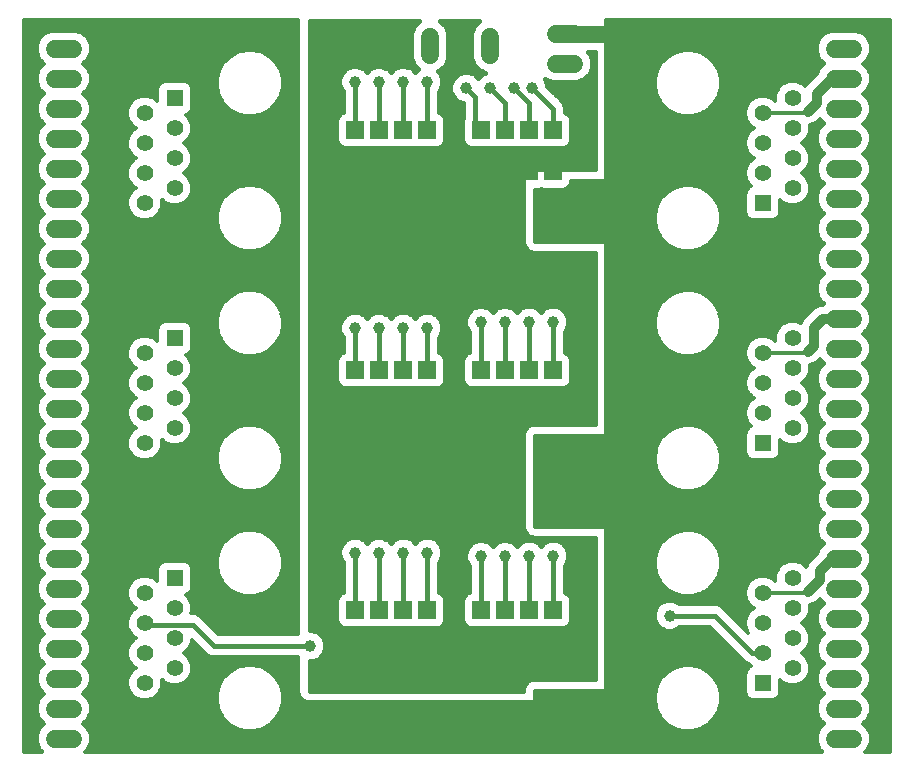
<source format=gbl>
G75*
%MOIN*%
%OFA0B0*%
%FSLAX24Y24*%
%IPPOS*%
%LPD*%
%AMOC8*
5,1,8,0,0,1.08239X$1,22.5*
%
%ADD10C,0.0554*%
%ADD11R,0.0554X0.0554*%
%ADD12C,0.0600*%
%ADD13R,0.0591X0.0591*%
%ADD14C,0.0396*%
%ADD15C,0.0160*%
%ADD16C,0.0320*%
%ADD17C,0.0120*%
%ADD18C,0.0560*%
%ADD19C,0.0400*%
D10*
X004660Y003033D03*
X005660Y003533D03*
X004660Y004033D03*
X005660Y004533D03*
X004660Y005033D03*
X005660Y005533D03*
X004660Y006033D03*
X004660Y011033D03*
X005660Y011533D03*
X004660Y012033D03*
X005660Y012533D03*
X004660Y013033D03*
X005660Y013533D03*
X004660Y014033D03*
X004660Y019033D03*
X005660Y019533D03*
X004660Y020033D03*
X005660Y020533D03*
X004660Y021033D03*
X004660Y022033D03*
X005660Y021533D03*
X025260Y021033D03*
X025260Y022033D03*
X026260Y021533D03*
X026260Y022533D03*
X026260Y020533D03*
X025260Y020033D03*
X026260Y019533D03*
X026260Y014533D03*
X025260Y014033D03*
X026260Y013533D03*
X025260Y013033D03*
X026260Y012533D03*
X025260Y012033D03*
X026260Y011533D03*
X026260Y006533D03*
X025260Y006033D03*
X026260Y005533D03*
X025260Y005033D03*
X026260Y004533D03*
X025260Y004033D03*
X026260Y003533D03*
D11*
X025260Y003033D03*
X025260Y011033D03*
X025260Y019033D03*
X005660Y022533D03*
X005660Y014533D03*
X005660Y006533D03*
D12*
X002260Y006183D02*
X001660Y006183D01*
X001660Y005183D02*
X002260Y005183D01*
X002260Y004183D02*
X001660Y004183D01*
X001660Y003183D02*
X002260Y003183D01*
X002260Y002183D02*
X001660Y002183D01*
X001660Y001183D02*
X002260Y001183D01*
X002260Y007183D02*
X001660Y007183D01*
X001660Y008183D02*
X002260Y008183D01*
X002260Y009183D02*
X001660Y009183D01*
X001660Y010183D02*
X002260Y010183D01*
X002260Y011183D02*
X001660Y011183D01*
X001660Y012183D02*
X002260Y012183D01*
X002260Y013183D02*
X001660Y013183D01*
X001660Y014183D02*
X002260Y014183D01*
X002260Y015183D02*
X001660Y015183D01*
X001660Y016183D02*
X002260Y016183D01*
X002260Y017183D02*
X001660Y017183D01*
X001660Y018183D02*
X002260Y018183D01*
X002260Y019183D02*
X001660Y019183D01*
X001660Y020183D02*
X002260Y020183D01*
X002260Y021183D02*
X001660Y021183D01*
X001660Y022183D02*
X002260Y022183D01*
X002260Y023183D02*
X001660Y023183D01*
X001660Y024183D02*
X002260Y024183D01*
X014160Y023983D02*
X014160Y024583D01*
X015160Y024583D02*
X015160Y023983D01*
X016160Y023983D02*
X016160Y024583D01*
X018360Y024683D02*
X018960Y024683D01*
X018960Y023683D02*
X018360Y023683D01*
X027660Y023183D02*
X028260Y023183D01*
X028260Y022183D02*
X027660Y022183D01*
X027660Y021183D02*
X028260Y021183D01*
X028260Y020183D02*
X027660Y020183D01*
X027660Y019183D02*
X028260Y019183D01*
X028260Y018183D02*
X027660Y018183D01*
X027660Y017183D02*
X028260Y017183D01*
X028260Y016183D02*
X027660Y016183D01*
X027660Y015183D02*
X028260Y015183D01*
X028260Y014183D02*
X027660Y014183D01*
X027660Y013183D02*
X028260Y013183D01*
X028260Y012183D02*
X027660Y012183D01*
X027660Y011183D02*
X028260Y011183D01*
X028260Y010183D02*
X027660Y010183D01*
X027660Y009183D02*
X028260Y009183D01*
X028260Y008183D02*
X027660Y008183D01*
X027660Y007183D02*
X028260Y007183D01*
X028260Y006183D02*
X027660Y006183D01*
X027660Y005183D02*
X028260Y005183D01*
X028260Y004183D02*
X027660Y004183D01*
X027660Y003183D02*
X028260Y003183D01*
X028260Y002183D02*
X027660Y002183D01*
X027660Y001183D02*
X028260Y001183D01*
X028260Y024183D02*
X027660Y024183D01*
D13*
X018260Y021472D03*
X017460Y021472D03*
X016660Y021472D03*
X015860Y021472D03*
X015860Y020094D03*
X016660Y020094D03*
X017460Y020094D03*
X018260Y020094D03*
X014060Y020094D03*
X013260Y020094D03*
X012460Y020094D03*
X011660Y020094D03*
X011660Y021472D03*
X012460Y021472D03*
X013260Y021472D03*
X014060Y021472D03*
X014060Y013472D03*
X013260Y013472D03*
X012460Y013472D03*
X011660Y013472D03*
X011660Y012094D03*
X012460Y012094D03*
X013260Y012094D03*
X014060Y012094D03*
X015860Y012094D03*
X016660Y012094D03*
X017460Y012094D03*
X018260Y012094D03*
X018260Y013472D03*
X017460Y013472D03*
X016660Y013472D03*
X015860Y013472D03*
X015860Y005472D03*
X016660Y005472D03*
X017460Y005472D03*
X018260Y005472D03*
X018260Y004094D03*
X017460Y004094D03*
X016660Y004094D03*
X015860Y004094D03*
X014060Y004094D03*
X013260Y004094D03*
X012460Y004094D03*
X011660Y004094D03*
X011660Y005472D03*
X012460Y005472D03*
X013260Y005472D03*
X014060Y005472D03*
D14*
X014060Y007383D03*
X013260Y007383D03*
X012460Y007383D03*
X011660Y007383D03*
X010160Y004283D03*
X015860Y007283D03*
X016660Y007283D03*
X017460Y007283D03*
X018260Y007283D03*
X018460Y009983D03*
X019160Y012283D03*
X018260Y015083D03*
X017460Y015083D03*
X016660Y015083D03*
X015860Y015083D03*
X014060Y014883D03*
X013260Y014883D03*
X012460Y014883D03*
X011660Y014883D03*
X018660Y018883D03*
X019160Y021283D03*
X017560Y022883D03*
X016960Y022883D03*
X016160Y022883D03*
X015360Y022883D03*
X014060Y023083D03*
X013260Y023083D03*
X012460Y023083D03*
X011660Y023083D03*
X022160Y005283D03*
X019160Y004283D03*
X018760Y001983D03*
D15*
X018705Y002783D02*
X018705Y000783D01*
X018863Y000783D02*
X018863Y002783D01*
X019022Y002783D02*
X019022Y000783D01*
X019180Y000783D02*
X019180Y002783D01*
X019339Y002783D02*
X019339Y000783D01*
X019497Y000783D02*
X019497Y002783D01*
X019656Y002783D02*
X019656Y000783D01*
X019814Y000783D02*
X019814Y002783D01*
X019973Y002783D02*
X019973Y000783D01*
X020131Y000783D02*
X020131Y002783D01*
X020290Y002783D02*
X020290Y000783D01*
X020448Y000783D02*
X020448Y002783D01*
X020607Y002783D02*
X020607Y000783D01*
X020765Y000783D02*
X020765Y002783D01*
X020924Y002783D02*
X020924Y000783D01*
X021082Y000783D02*
X021082Y002783D01*
X021241Y002783D02*
X021241Y000783D01*
X021399Y000783D02*
X021399Y002783D01*
X021558Y002783D02*
X021558Y000783D01*
X021660Y000783D02*
X017660Y000783D01*
X017660Y002783D01*
X021660Y002783D01*
X021660Y002755D01*
X021640Y002681D01*
X021640Y002386D01*
X021660Y002311D01*
X021660Y000783D01*
X021660Y000916D02*
X017660Y000916D01*
X017660Y001074D02*
X021660Y001074D01*
X021660Y001233D02*
X017660Y001233D01*
X017660Y001391D02*
X021660Y001391D01*
X021660Y001550D02*
X017660Y001550D01*
X017660Y001708D02*
X021660Y001708D01*
X021660Y001867D02*
X017660Y001867D01*
X017660Y002025D02*
X021660Y002025D01*
X021660Y002184D02*
X017660Y002184D01*
X017660Y002342D02*
X021652Y002342D01*
X021640Y002501D02*
X017660Y002501D01*
X017660Y002659D02*
X021640Y002659D01*
X019660Y003183D02*
X017580Y003183D01*
X017433Y003122D01*
X017321Y003010D01*
X017260Y002863D01*
X017260Y002783D01*
X010160Y002783D01*
X010160Y003765D01*
X010263Y003765D01*
X010453Y003844D01*
X010599Y003990D01*
X010678Y004180D01*
X010678Y004386D01*
X010599Y004577D01*
X010453Y004723D01*
X010263Y004801D01*
X010160Y004801D01*
X010160Y025103D01*
X013803Y025103D01*
X013634Y024935D01*
X013540Y024707D01*
X013540Y023860D01*
X013634Y023632D01*
X013755Y023511D01*
X013660Y023416D01*
X013553Y023523D01*
X013363Y023601D01*
X013157Y023601D01*
X013157Y025103D01*
X012999Y025103D02*
X012999Y023536D01*
X012967Y023523D02*
X012860Y023416D01*
X012753Y023523D01*
X012563Y023601D01*
X012357Y023601D01*
X012167Y023523D01*
X012060Y023416D01*
X011953Y023523D01*
X011763Y023601D01*
X011557Y023601D01*
X011367Y023523D01*
X011221Y023377D01*
X011142Y023186D01*
X011142Y022980D01*
X011221Y022790D01*
X011260Y022751D01*
X011260Y022071D01*
X011183Y022039D01*
X011093Y021949D01*
X011045Y021831D01*
X011045Y021113D01*
X011093Y020996D01*
X011183Y020906D01*
X011301Y020857D01*
X012019Y020857D01*
X012060Y020874D01*
X012101Y020857D01*
X012819Y020857D01*
X012860Y020874D01*
X012901Y020857D01*
X013619Y020857D01*
X013660Y020874D01*
X013701Y020857D01*
X014419Y020857D01*
X014537Y020906D01*
X014627Y020996D01*
X014675Y021113D01*
X014675Y021831D01*
X014627Y021949D01*
X014537Y022039D01*
X014460Y022071D01*
X014460Y022751D01*
X014499Y022790D01*
X014578Y022980D01*
X014578Y023186D01*
X014499Y023377D01*
X014446Y023431D01*
X014511Y023458D01*
X014686Y023632D01*
X014780Y023860D01*
X014780Y024707D01*
X014686Y024935D01*
X014517Y025103D01*
X015803Y025103D01*
X015634Y024935D01*
X015540Y024707D01*
X015540Y023860D01*
X015634Y023632D01*
X015809Y023458D01*
X016001Y023378D01*
X015867Y023323D01*
X015760Y023216D01*
X015653Y023323D01*
X015463Y023401D01*
X015257Y023401D01*
X015067Y023323D01*
X014921Y023177D01*
X014842Y022986D01*
X014842Y022780D01*
X014921Y022590D01*
X015067Y022444D01*
X015257Y022365D01*
X015260Y022365D01*
X015260Y021868D01*
X015245Y021831D01*
X015245Y021113D01*
X015293Y020996D01*
X015383Y020906D01*
X015501Y020857D01*
X016219Y020857D01*
X016260Y020874D01*
X016301Y020857D01*
X017019Y020857D01*
X017060Y020874D01*
X017101Y020857D01*
X017819Y020857D01*
X017860Y020874D01*
X017901Y020857D01*
X018619Y020857D01*
X018737Y020906D01*
X018827Y020996D01*
X018875Y021113D01*
X018875Y021831D01*
X018827Y021949D01*
X018737Y022039D01*
X018660Y022071D01*
X018660Y022263D01*
X018599Y022410D01*
X018487Y022522D01*
X018078Y022931D01*
X018078Y022986D01*
X018006Y023161D01*
X018009Y023158D01*
X018237Y023063D01*
X019083Y023063D01*
X019311Y023158D01*
X019486Y023332D01*
X019580Y023560D01*
X019580Y023807D01*
X019486Y024035D01*
X019437Y024083D01*
X019660Y024083D01*
X019660Y020183D01*
X017580Y020183D01*
X017433Y020122D01*
X017321Y020010D01*
X017260Y019863D01*
X017260Y017704D01*
X017321Y017557D01*
X017433Y017444D01*
X017580Y017383D01*
X019660Y017383D01*
X019660Y011683D01*
X017580Y011683D01*
X017433Y011622D01*
X017321Y011510D01*
X017260Y011363D01*
X017260Y008204D01*
X017321Y008057D01*
X017433Y007944D01*
X017580Y007883D01*
X019660Y007883D01*
X019660Y003183D01*
X019656Y003183D02*
X019656Y007883D01*
X019660Y007731D02*
X018532Y007731D01*
X018546Y007726D02*
X018546Y007883D01*
X018388Y007883D02*
X018388Y007791D01*
X018363Y007801D02*
X018157Y007801D01*
X017967Y007723D01*
X017860Y007616D01*
X017753Y007723D01*
X017563Y007801D01*
X017357Y007801D01*
X017167Y007723D01*
X017060Y007616D01*
X016953Y007723D01*
X016763Y007801D01*
X016557Y007801D01*
X016367Y007723D01*
X016260Y007616D01*
X016153Y007723D01*
X015963Y007801D01*
X015757Y007801D01*
X015567Y007723D01*
X015421Y007577D01*
X015342Y007386D01*
X015342Y007180D01*
X015421Y006990D01*
X015460Y006951D01*
X015460Y006071D01*
X015383Y006039D01*
X015293Y005949D01*
X015245Y005831D01*
X015245Y005113D01*
X015293Y004996D01*
X015383Y004906D01*
X015501Y004857D01*
X016219Y004857D01*
X016260Y004874D01*
X016301Y004857D01*
X017019Y004857D01*
X017060Y004874D01*
X017101Y004857D01*
X017819Y004857D01*
X017860Y004874D01*
X017901Y004857D01*
X018619Y004857D01*
X018737Y004906D01*
X018827Y004996D01*
X018875Y005113D01*
X018875Y005831D01*
X018827Y005949D01*
X018737Y006039D01*
X018660Y006071D01*
X018660Y006951D01*
X018699Y006990D01*
X018778Y007180D01*
X018778Y007386D01*
X018699Y007577D01*
X018553Y007723D01*
X018363Y007801D01*
X018229Y007801D02*
X018229Y007883D01*
X018071Y007883D02*
X018071Y007766D01*
X017988Y007731D02*
X017732Y007731D01*
X017754Y007723D02*
X017754Y007883D01*
X017912Y007883D02*
X017912Y007668D01*
X017595Y007788D02*
X017595Y007883D01*
X017565Y007890D02*
X014191Y007890D01*
X014163Y007901D02*
X013957Y007901D01*
X013767Y007823D01*
X013660Y007716D01*
X013553Y007823D01*
X013363Y007901D01*
X013157Y007901D01*
X013157Y012857D01*
X012999Y012857D02*
X012999Y007836D01*
X012967Y007823D02*
X012860Y007716D01*
X012753Y007823D01*
X012563Y007901D01*
X012357Y007901D01*
X012167Y007823D01*
X012060Y007716D01*
X011953Y007823D01*
X011763Y007901D01*
X011557Y007901D01*
X011367Y007823D01*
X011221Y007677D01*
X011142Y007486D01*
X011142Y007280D01*
X011221Y007090D01*
X011260Y007051D01*
X011260Y006071D01*
X011183Y006039D01*
X011093Y005949D01*
X011045Y005831D01*
X011045Y005113D01*
X011093Y004996D01*
X011183Y004906D01*
X011301Y004857D01*
X012019Y004857D01*
X012060Y004874D01*
X012101Y004857D01*
X012819Y004857D01*
X012860Y004874D01*
X012901Y004857D01*
X013619Y004857D01*
X013660Y004874D01*
X013701Y004857D01*
X014419Y004857D01*
X014537Y004906D01*
X014627Y004996D01*
X014675Y005113D01*
X014675Y005831D01*
X014627Y005949D01*
X014537Y006039D01*
X014460Y006071D01*
X014460Y007051D01*
X014499Y007090D01*
X014578Y007280D01*
X014578Y007486D01*
X014499Y007677D01*
X014353Y007823D01*
X014163Y007901D01*
X014108Y007901D02*
X014108Y012857D01*
X013950Y012857D02*
X013950Y007898D01*
X013929Y007890D02*
X013391Y007890D01*
X013316Y007901D02*
X013316Y012857D01*
X013474Y012857D02*
X013474Y007855D01*
X013633Y007744D02*
X013633Y012863D01*
X013619Y012857D02*
X013660Y012874D01*
X013701Y012857D01*
X014419Y012857D01*
X014537Y012906D01*
X014627Y012996D01*
X014675Y013113D01*
X014675Y013831D01*
X014627Y013949D01*
X014537Y014039D01*
X014460Y014071D01*
X015460Y014071D01*
X015383Y014039D01*
X015293Y013949D01*
X015245Y013831D01*
X015245Y013113D01*
X015293Y012996D01*
X015383Y012906D01*
X015501Y012857D01*
X016219Y012857D01*
X016260Y012874D01*
X016301Y012857D01*
X017019Y012857D01*
X017060Y012874D01*
X017101Y012857D01*
X017819Y012857D01*
X017860Y012874D01*
X017901Y012857D01*
X018619Y012857D01*
X018737Y012906D01*
X018827Y012996D01*
X018875Y013113D01*
X018875Y013831D01*
X018827Y013949D01*
X018737Y014039D01*
X018660Y014071D01*
X019660Y014071D01*
X019660Y013913D02*
X018841Y013913D01*
X018863Y013861D02*
X018863Y017383D01*
X018705Y017383D02*
X018705Y015364D01*
X018699Y015377D02*
X018553Y015523D01*
X018363Y015601D01*
X018157Y015601D01*
X017967Y015523D01*
X017860Y015416D01*
X017753Y015523D01*
X017563Y015601D01*
X017357Y015601D01*
X017167Y015523D01*
X017060Y015416D01*
X016953Y015523D01*
X016763Y015601D01*
X016557Y015601D01*
X016367Y015523D01*
X016260Y015416D01*
X016153Y015523D01*
X015963Y015601D01*
X015757Y015601D01*
X015567Y015523D01*
X015421Y015377D01*
X015342Y015186D01*
X015342Y014980D01*
X015421Y014790D01*
X015460Y014751D01*
X015460Y014071D01*
X015376Y014031D02*
X015376Y014898D01*
X015390Y014864D02*
X014578Y014864D01*
X014578Y014780D02*
X014578Y014986D01*
X014499Y015177D01*
X014353Y015323D01*
X014163Y015401D01*
X013957Y015401D01*
X013767Y015323D01*
X013660Y015216D01*
X013553Y015323D01*
X013363Y015401D01*
X013157Y015401D01*
X013157Y020857D01*
X012999Y020857D02*
X012999Y015336D01*
X013007Y015339D02*
X012713Y015339D01*
X012682Y015352D02*
X012682Y020857D01*
X012840Y020866D02*
X012840Y015236D01*
X012860Y015216D02*
X012753Y015323D01*
X012563Y015401D01*
X012357Y015401D01*
X012167Y015323D01*
X012060Y015216D01*
X011953Y015323D01*
X011763Y015401D01*
X011557Y015401D01*
X011367Y015323D01*
X011221Y015177D01*
X011142Y014986D01*
X011142Y014780D01*
X011221Y014590D01*
X011260Y014551D01*
X011260Y014071D01*
X010160Y014071D01*
X010160Y013913D02*
X011079Y013913D01*
X011093Y013949D02*
X011045Y013831D01*
X011045Y013113D01*
X011093Y012996D01*
X011183Y012906D01*
X011301Y012857D01*
X012019Y012857D01*
X012060Y012874D01*
X012101Y012857D01*
X012819Y012857D01*
X012860Y012874D01*
X012901Y012857D01*
X013619Y012857D01*
X013791Y012857D02*
X013791Y007833D01*
X013675Y007731D02*
X013645Y007731D01*
X014060Y007383D02*
X014060Y005472D01*
X014675Y005512D02*
X015245Y005512D01*
X015245Y005354D02*
X014675Y005354D01*
X014675Y005195D02*
X015245Y005195D01*
X015276Y005037D02*
X014644Y005037D01*
X014584Y004953D02*
X014584Y002783D01*
X014742Y002783D02*
X014742Y023768D01*
X014730Y023740D02*
X015590Y023740D01*
X015540Y023898D02*
X014780Y023898D01*
X014780Y024057D02*
X015540Y024057D01*
X015540Y024215D02*
X014780Y024215D01*
X014780Y024374D02*
X015540Y024374D01*
X015540Y024532D02*
X014780Y024532D01*
X014780Y024691D02*
X015540Y024691D01*
X015599Y024849D02*
X014721Y024849D01*
X014742Y024798D02*
X014742Y025103D01*
X014584Y025103D02*
X014584Y025037D01*
X014612Y025008D02*
X015708Y025008D01*
X015693Y024993D02*
X015693Y025103D01*
X015535Y025103D02*
X015535Y023372D01*
X015376Y023401D02*
X015376Y025103D01*
X015218Y025103D02*
X015218Y023385D01*
X015059Y023315D02*
X015059Y025103D01*
X014901Y025103D02*
X014901Y023128D01*
X014891Y023106D02*
X014578Y023106D01*
X014564Y022947D02*
X014842Y022947D01*
X014842Y022789D02*
X014498Y022789D01*
X014460Y022630D02*
X014904Y022630D01*
X014901Y022639D02*
X014901Y002783D01*
X015059Y002783D02*
X015059Y022452D01*
X015039Y022472D02*
X014460Y022472D01*
X014460Y022313D02*
X015260Y022313D01*
X015218Y022382D02*
X015218Y002783D01*
X015376Y002783D02*
X015376Y004913D01*
X015450Y004878D02*
X014470Y004878D01*
X014425Y004860D02*
X014425Y002783D01*
X014267Y002783D02*
X014267Y004857D01*
X014108Y004857D02*
X014108Y002783D01*
X013950Y002783D02*
X013950Y004857D01*
X013791Y004857D02*
X013791Y002783D01*
X013633Y002783D02*
X013633Y004863D01*
X013474Y004857D02*
X013474Y002783D01*
X013316Y002783D02*
X013316Y004857D01*
X013157Y004857D02*
X013157Y002783D01*
X012999Y002783D02*
X012999Y004857D01*
X012840Y004866D02*
X012840Y002783D01*
X012682Y002783D02*
X012682Y004857D01*
X012523Y004857D02*
X012523Y002783D01*
X012365Y002783D02*
X012365Y004857D01*
X012206Y004857D02*
X012206Y002783D01*
X012048Y002783D02*
X012048Y004869D01*
X011889Y004857D02*
X011889Y002783D01*
X011731Y002783D02*
X011731Y004857D01*
X011572Y004857D02*
X011572Y002783D01*
X011414Y002783D02*
X011414Y004857D01*
X011255Y004876D02*
X011255Y002783D01*
X011097Y002783D02*
X011097Y004993D01*
X011076Y005037D02*
X010160Y005037D01*
X010160Y005195D02*
X011045Y005195D01*
X011045Y005354D02*
X010160Y005354D01*
X010160Y005512D02*
X011045Y005512D01*
X011045Y005671D02*
X010160Y005671D01*
X010160Y005829D02*
X011045Y005829D01*
X011097Y005952D02*
X011097Y012993D01*
X011127Y012962D02*
X010160Y012962D01*
X010160Y013120D02*
X011045Y013120D01*
X011045Y013279D02*
X010160Y013279D01*
X010160Y013437D02*
X011045Y013437D01*
X011045Y013596D02*
X010160Y013596D01*
X010160Y013754D02*
X011045Y013754D01*
X011093Y013949D02*
X011183Y014039D01*
X011260Y014071D01*
X011255Y014069D02*
X011255Y014556D01*
X011260Y014547D02*
X010160Y014547D01*
X010160Y014705D02*
X011173Y014705D01*
X011142Y014864D02*
X010160Y014864D01*
X010160Y015022D02*
X011157Y015022D01*
X011225Y015181D02*
X010160Y015181D01*
X010160Y015339D02*
X011407Y015339D01*
X011414Y015342D02*
X011414Y020857D01*
X011572Y020857D02*
X011572Y015401D01*
X011731Y015401D02*
X011731Y020857D01*
X011889Y020857D02*
X011889Y015349D01*
X011913Y015339D02*
X012207Y015339D01*
X012206Y015339D02*
X012206Y020857D01*
X012365Y020857D02*
X012365Y015401D01*
X012523Y015401D02*
X012523Y020857D01*
X012048Y020869D02*
X012048Y015229D01*
X011660Y014883D02*
X011660Y013472D01*
X011731Y012857D02*
X011731Y007901D01*
X011791Y007890D02*
X012329Y007890D01*
X012365Y007901D02*
X012365Y012857D01*
X012523Y012857D02*
X012523Y007901D01*
X012591Y007890D02*
X013129Y007890D01*
X013157Y007901D02*
X012967Y007823D01*
X012875Y007731D02*
X012845Y007731D01*
X012840Y007736D02*
X012840Y012866D01*
X012682Y012857D02*
X012682Y007852D01*
X012206Y007839D02*
X012206Y012857D01*
X012048Y012869D02*
X012048Y007729D01*
X012045Y007731D02*
X012075Y007731D01*
X011889Y007849D02*
X011889Y012857D01*
X011572Y012857D02*
X011572Y007901D01*
X011529Y007890D02*
X010160Y007890D01*
X010160Y008048D02*
X017329Y008048D01*
X017278Y008160D02*
X017278Y007769D01*
X017188Y007731D02*
X016932Y007731D01*
X016961Y007715D02*
X016961Y012857D01*
X016803Y012857D02*
X016803Y007785D01*
X016644Y007801D02*
X016644Y012857D01*
X016486Y012857D02*
X016486Y007772D01*
X016388Y007731D02*
X016132Y007731D01*
X016169Y007708D02*
X016169Y012857D01*
X016327Y012857D02*
X016327Y007683D01*
X016010Y007782D02*
X016010Y012857D01*
X015852Y012857D02*
X015852Y007801D01*
X015693Y007775D02*
X015693Y012857D01*
X015535Y012857D02*
X015535Y007691D01*
X015588Y007731D02*
X014445Y007731D01*
X014425Y007751D02*
X014425Y012860D01*
X014267Y012857D02*
X014267Y007859D01*
X014542Y007573D02*
X015419Y007573D01*
X015376Y007469D02*
X015376Y012913D01*
X015327Y012962D02*
X014593Y012962D01*
X014584Y012953D02*
X014584Y005992D01*
X014588Y005988D02*
X015332Y005988D01*
X015376Y006031D02*
X015376Y007098D01*
X015376Y007097D02*
X014502Y007097D01*
X014460Y006939D02*
X015460Y006939D01*
X015460Y006780D02*
X014460Y006780D01*
X014460Y006622D02*
X015460Y006622D01*
X015460Y006463D02*
X014460Y006463D01*
X014460Y006305D02*
X015460Y006305D01*
X015460Y006146D02*
X014460Y006146D01*
X014675Y005829D02*
X015245Y005829D01*
X015245Y005671D02*
X014675Y005671D01*
X015535Y004857D02*
X015535Y002783D01*
X015693Y002783D02*
X015693Y004857D01*
X015852Y004857D02*
X015852Y002783D01*
X016010Y002783D02*
X016010Y004857D01*
X016169Y004857D02*
X016169Y002783D01*
X016327Y002783D02*
X016327Y004857D01*
X016486Y004857D02*
X016486Y002783D01*
X016644Y002783D02*
X016644Y004857D01*
X016803Y004857D02*
X016803Y002783D01*
X016961Y002783D02*
X016961Y004857D01*
X017120Y004857D02*
X017120Y002783D01*
X017260Y002818D02*
X010160Y002818D01*
X010304Y002783D02*
X010304Y003782D01*
X010272Y003769D02*
X019660Y003769D01*
X019660Y003927D02*
X010537Y003927D01*
X010463Y003853D02*
X010463Y002783D01*
X010621Y002783D02*
X010621Y004042D01*
X010639Y004086D02*
X019660Y004086D01*
X019660Y004244D02*
X010678Y004244D01*
X010671Y004403D02*
X019660Y004403D01*
X019660Y004561D02*
X010606Y004561D01*
X010621Y004524D02*
X010621Y025103D01*
X010463Y025103D02*
X010463Y004714D01*
X010456Y004720D02*
X019660Y004720D01*
X019660Y004878D02*
X018670Y004878D01*
X018705Y004892D02*
X018705Y003183D01*
X018863Y003183D02*
X018863Y005084D01*
X018844Y005037D02*
X019660Y005037D01*
X019660Y005195D02*
X018875Y005195D01*
X018875Y005354D02*
X019660Y005354D01*
X019660Y005512D02*
X018875Y005512D01*
X018875Y005671D02*
X019660Y005671D01*
X019660Y005829D02*
X018875Y005829D01*
X018863Y005861D02*
X018863Y007883D01*
X018705Y007883D02*
X018705Y007564D01*
X018701Y007573D02*
X019660Y007573D01*
X019660Y007414D02*
X018767Y007414D01*
X018778Y007256D02*
X019660Y007256D01*
X019660Y007097D02*
X018744Y007097D01*
X018705Y007003D02*
X018705Y006052D01*
X018660Y006146D02*
X019660Y006146D01*
X019660Y005988D02*
X018788Y005988D01*
X018660Y006305D02*
X019660Y006305D01*
X019660Y006463D02*
X018660Y006463D01*
X018660Y006622D02*
X019660Y006622D01*
X019660Y006780D02*
X018660Y006780D01*
X018660Y006939D02*
X019660Y006939D01*
X019497Y007883D02*
X019497Y003183D01*
X019339Y003183D02*
X019339Y007883D01*
X019180Y007883D02*
X019180Y003183D01*
X019022Y003183D02*
X019022Y007883D01*
X019022Y008283D02*
X019022Y011283D01*
X019180Y011283D02*
X019180Y008283D01*
X019339Y008283D02*
X019339Y011283D01*
X019497Y011283D02*
X019497Y008283D01*
X019656Y008283D02*
X019656Y011283D01*
X019814Y011283D02*
X019814Y008283D01*
X019973Y008283D02*
X019973Y011283D01*
X020131Y011283D02*
X020131Y008283D01*
X020290Y008283D02*
X020290Y011283D01*
X020448Y011283D02*
X020448Y008283D01*
X020607Y008283D02*
X020607Y011283D01*
X020765Y011283D02*
X020765Y008283D01*
X020924Y008283D02*
X020924Y011283D01*
X021082Y011283D02*
X021082Y008283D01*
X021241Y008283D02*
X021241Y011283D01*
X021399Y011283D02*
X021399Y008283D01*
X021558Y008283D02*
X021558Y011283D01*
X021660Y011283D02*
X021660Y010755D01*
X021640Y010681D01*
X021640Y010386D01*
X021660Y010311D01*
X021660Y008283D01*
X017660Y008283D01*
X017660Y011283D01*
X021660Y011283D01*
X021660Y011218D02*
X017660Y011218D01*
X017754Y011283D02*
X017754Y008283D01*
X017660Y008365D02*
X021660Y008365D01*
X021660Y008524D02*
X017660Y008524D01*
X017660Y008682D02*
X021660Y008682D01*
X021660Y008841D02*
X017660Y008841D01*
X017660Y008999D02*
X021660Y008999D01*
X021660Y009158D02*
X017660Y009158D01*
X017660Y009316D02*
X021660Y009316D01*
X021660Y009475D02*
X017660Y009475D01*
X017660Y009633D02*
X021660Y009633D01*
X021660Y009792D02*
X017660Y009792D01*
X017660Y009950D02*
X021660Y009950D01*
X021660Y010109D02*
X017660Y010109D01*
X017660Y010267D02*
X021660Y010267D01*
X021640Y010426D02*
X017660Y010426D01*
X017660Y010584D02*
X021640Y010584D01*
X021657Y010743D02*
X017660Y010743D01*
X017660Y010901D02*
X021660Y010901D01*
X021660Y011060D02*
X017660Y011060D01*
X017912Y011283D02*
X017912Y008283D01*
X018071Y008283D02*
X018071Y011283D01*
X018229Y011283D02*
X018229Y008283D01*
X018388Y008283D02*
X018388Y011283D01*
X018546Y011283D02*
X018546Y008283D01*
X018705Y008283D02*
X018705Y011283D01*
X018863Y011283D02*
X018863Y008283D01*
X018260Y007283D02*
X018260Y005472D01*
X018229Y004857D02*
X018229Y003183D01*
X018071Y003183D02*
X018071Y004857D01*
X017912Y004857D02*
X017912Y003183D01*
X017754Y003183D02*
X017754Y004857D01*
X017595Y004857D02*
X017595Y003183D01*
X017463Y003135D02*
X010160Y003135D01*
X010160Y003293D02*
X019660Y003293D01*
X019660Y003452D02*
X010160Y003452D01*
X010160Y003610D02*
X019660Y003610D01*
X018546Y003183D02*
X018546Y004857D01*
X018388Y004857D02*
X018388Y003183D01*
X018388Y002783D02*
X018388Y000783D01*
X018546Y000783D02*
X018546Y002783D01*
X018229Y002783D02*
X018229Y000783D01*
X018071Y000783D02*
X018071Y002783D01*
X017912Y002783D02*
X017912Y000783D01*
X017754Y000783D02*
X017754Y002783D01*
X017307Y002976D02*
X010160Y002976D01*
X010780Y002783D02*
X010780Y025103D01*
X010938Y025103D02*
X010938Y002783D01*
X010160Y004283D02*
X006960Y004283D01*
X006260Y004983D01*
X004710Y004983D01*
X004660Y005033D01*
X010160Y004878D02*
X011250Y004878D01*
X011660Y005472D02*
X011660Y007383D01*
X011275Y007731D02*
X010160Y007731D01*
X010160Y007573D02*
X011178Y007573D01*
X011255Y007711D02*
X011255Y012876D01*
X011414Y012857D02*
X011414Y007842D01*
X011142Y007414D02*
X010160Y007414D01*
X010160Y007256D02*
X011152Y007256D01*
X011218Y007097D02*
X010160Y007097D01*
X010160Y006939D02*
X011260Y006939D01*
X011255Y007056D02*
X011255Y006069D01*
X011260Y006146D02*
X010160Y006146D01*
X010160Y005988D02*
X011132Y005988D01*
X011260Y006305D02*
X010160Y006305D01*
X010160Y006463D02*
X011260Y006463D01*
X011260Y006622D02*
X010160Y006622D01*
X010160Y006780D02*
X011260Y006780D01*
X012460Y007383D02*
X012460Y005472D01*
X013260Y005472D02*
X013260Y007383D01*
X014568Y007256D02*
X015342Y007256D01*
X015353Y007414D02*
X014578Y007414D01*
X015860Y007283D02*
X015860Y005472D01*
X016660Y005472D02*
X016660Y007283D01*
X017120Y007676D02*
X017120Y012857D01*
X017278Y012857D02*
X017278Y011406D01*
X017266Y011377D02*
X010160Y011377D01*
X010160Y011535D02*
X017346Y011535D01*
X017437Y011624D02*
X017437Y012857D01*
X017595Y012857D02*
X017595Y011683D01*
X017754Y011683D02*
X017754Y012857D01*
X017912Y012857D02*
X017912Y011683D01*
X018071Y011683D02*
X018071Y012857D01*
X018229Y012857D02*
X018229Y011683D01*
X018388Y011683D02*
X018388Y012857D01*
X018546Y012857D02*
X018546Y011683D01*
X018705Y011683D02*
X018705Y012892D01*
X018793Y012962D02*
X019660Y012962D01*
X019660Y013120D02*
X018875Y013120D01*
X018863Y013084D02*
X018863Y011683D01*
X019022Y011683D02*
X019022Y017383D01*
X019180Y017383D02*
X019180Y011683D01*
X019339Y011683D02*
X019339Y017383D01*
X019497Y017383D02*
X019497Y011683D01*
X019656Y011683D02*
X019656Y017383D01*
X019660Y017241D02*
X010160Y017241D01*
X010160Y017083D02*
X019660Y017083D01*
X019660Y016924D02*
X010160Y016924D01*
X010160Y016766D02*
X019660Y016766D01*
X019660Y016607D02*
X010160Y016607D01*
X010160Y016449D02*
X019660Y016449D01*
X019660Y016290D02*
X010160Y016290D01*
X010160Y016132D02*
X019660Y016132D01*
X019660Y015973D02*
X010160Y015973D01*
X010160Y015815D02*
X019660Y015815D01*
X019660Y015656D02*
X010160Y015656D01*
X010160Y015498D02*
X015542Y015498D01*
X015535Y015491D02*
X015535Y020857D01*
X015429Y020887D02*
X014491Y020887D01*
X014425Y020860D02*
X014425Y015251D01*
X014495Y015181D02*
X015342Y015181D01*
X015376Y015269D02*
X015376Y020913D01*
X015273Y021045D02*
X014647Y021045D01*
X014584Y020953D02*
X014584Y013992D01*
X014641Y013913D02*
X015279Y013913D01*
X015245Y013754D02*
X014675Y013754D01*
X014675Y013596D02*
X015245Y013596D01*
X015245Y013437D02*
X014675Y013437D01*
X014675Y013279D02*
X015245Y013279D01*
X015245Y013120D02*
X014675Y013120D01*
X014060Y013472D02*
X014060Y014883D01*
X014547Y014705D02*
X015460Y014705D01*
X015460Y014547D02*
X014460Y014547D01*
X014460Y014551D02*
X014499Y014590D01*
X014578Y014780D01*
X014563Y015022D02*
X015342Y015022D01*
X015405Y015339D02*
X014313Y015339D01*
X014267Y015359D02*
X014267Y020857D01*
X014108Y020857D02*
X014108Y015401D01*
X013950Y015398D02*
X013950Y020857D01*
X013791Y020857D02*
X013791Y015333D01*
X013807Y015339D02*
X013513Y015339D01*
X013474Y015355D02*
X013474Y020857D01*
X013316Y020857D02*
X013316Y015401D01*
X013157Y015401D02*
X012967Y015323D01*
X012860Y015216D01*
X012460Y014883D02*
X012460Y013472D01*
X013260Y013472D02*
X013260Y014883D01*
X013633Y015244D02*
X013633Y020863D01*
X013260Y021472D02*
X013260Y023083D01*
X013633Y023444D02*
X013633Y023637D01*
X013685Y023581D02*
X013411Y023581D01*
X013474Y023555D02*
X013474Y025103D01*
X013316Y025103D02*
X013316Y023601D01*
X013157Y023601D02*
X012967Y023523D01*
X012867Y023423D02*
X012853Y023423D01*
X012840Y023436D02*
X012840Y025103D01*
X012682Y025103D02*
X012682Y023552D01*
X012611Y023581D02*
X013109Y023581D01*
X013590Y023740D02*
X010160Y023740D01*
X010160Y023898D02*
X013540Y023898D01*
X013540Y024057D02*
X010160Y024057D01*
X010160Y024215D02*
X013540Y024215D01*
X013540Y024374D02*
X010160Y024374D01*
X010160Y024532D02*
X013540Y024532D01*
X013540Y024691D02*
X010160Y024691D01*
X010160Y024849D02*
X013599Y024849D01*
X013633Y024930D02*
X013633Y025103D01*
X013708Y025008D02*
X010160Y025008D01*
X010304Y025103D02*
X010304Y004784D01*
X010160Y008207D02*
X017260Y008207D01*
X017260Y008365D02*
X010160Y008365D01*
X010160Y008524D02*
X017260Y008524D01*
X017260Y008682D02*
X010160Y008682D01*
X010160Y008841D02*
X017260Y008841D01*
X017260Y008999D02*
X010160Y008999D01*
X010160Y009158D02*
X017260Y009158D01*
X017260Y009316D02*
X010160Y009316D01*
X010160Y009475D02*
X017260Y009475D01*
X017260Y009633D02*
X010160Y009633D01*
X010160Y009792D02*
X017260Y009792D01*
X017260Y009950D02*
X010160Y009950D01*
X010160Y010109D02*
X017260Y010109D01*
X017260Y010267D02*
X010160Y010267D01*
X010160Y010426D02*
X017260Y010426D01*
X017260Y010584D02*
X010160Y010584D01*
X010160Y010743D02*
X017260Y010743D01*
X017260Y010901D02*
X010160Y010901D01*
X010160Y011060D02*
X017260Y011060D01*
X017260Y011218D02*
X010160Y011218D01*
X010160Y011694D02*
X019660Y011694D01*
X019660Y011852D02*
X010160Y011852D01*
X010160Y012011D02*
X019660Y012011D01*
X019660Y012169D02*
X010160Y012169D01*
X010160Y012328D02*
X019660Y012328D01*
X019660Y012486D02*
X010160Y012486D01*
X010160Y012645D02*
X019660Y012645D01*
X019660Y012803D02*
X010160Y012803D01*
X011097Y013952D02*
X011097Y020993D01*
X011073Y021045D02*
X010160Y021045D01*
X010160Y020887D02*
X011229Y020887D01*
X011255Y020876D02*
X011255Y015211D01*
X011260Y014388D02*
X010160Y014388D01*
X010160Y014230D02*
X011260Y014230D01*
X014460Y014230D02*
X015460Y014230D01*
X015460Y014388D02*
X014460Y014388D01*
X014460Y014551D02*
X014460Y014071D01*
X015860Y013472D02*
X015860Y015083D01*
X016178Y015498D02*
X016342Y015498D01*
X016327Y015483D02*
X016327Y020857D01*
X016169Y020857D02*
X016169Y015508D01*
X016010Y015582D02*
X016010Y020857D01*
X015852Y020857D02*
X015852Y015601D01*
X015693Y015575D02*
X015693Y020857D01*
X015245Y021204D02*
X014675Y021204D01*
X014675Y021362D02*
X015245Y021362D01*
X015245Y021521D02*
X014675Y021521D01*
X014675Y021679D02*
X015245Y021679D01*
X015247Y021838D02*
X014673Y021838D01*
X014584Y021992D02*
X014584Y023530D01*
X014635Y023581D02*
X015685Y023581D01*
X015693Y023573D02*
X015693Y023283D01*
X015712Y023264D02*
X015808Y023264D01*
X015852Y023308D02*
X015852Y023440D01*
X015893Y023423D02*
X014453Y023423D01*
X014546Y023264D02*
X015008Y023264D01*
X015360Y022883D02*
X015660Y022583D01*
X015660Y021283D01*
X015849Y021472D01*
X015860Y021472D01*
X015260Y021996D02*
X014579Y021996D01*
X014460Y022155D02*
X015260Y022155D01*
X016160Y022883D02*
X016660Y022383D01*
X016660Y021472D01*
X016644Y020857D02*
X016644Y015601D01*
X016803Y015585D02*
X016803Y020857D01*
X016961Y020857D02*
X016961Y015515D01*
X016978Y015498D02*
X017142Y015498D01*
X017120Y015476D02*
X017120Y020857D01*
X017278Y020857D02*
X017278Y019906D01*
X017290Y019936D02*
X010160Y019936D01*
X010160Y020094D02*
X017405Y020094D01*
X017437Y020124D02*
X017437Y020857D01*
X017595Y020857D02*
X017595Y020183D01*
X017754Y020183D02*
X017754Y020857D01*
X017912Y020857D02*
X017912Y020183D01*
X018071Y020183D02*
X018071Y020857D01*
X018229Y020857D02*
X018229Y020183D01*
X018388Y020183D02*
X018388Y020857D01*
X018546Y020857D02*
X018546Y020183D01*
X018705Y020183D02*
X018705Y020892D01*
X018691Y020887D02*
X019660Y020887D01*
X019660Y021045D02*
X018847Y021045D01*
X018863Y021084D02*
X018863Y020183D01*
X019022Y020183D02*
X019022Y023063D01*
X018863Y023063D02*
X018863Y021861D01*
X018873Y021838D02*
X019660Y021838D01*
X019660Y021996D02*
X018779Y021996D01*
X018705Y022052D02*
X018705Y023063D01*
X018546Y023063D02*
X018546Y022463D01*
X018537Y022472D02*
X019660Y022472D01*
X019660Y022630D02*
X018379Y022630D01*
X018388Y022621D02*
X018388Y023063D01*
X018229Y023066D02*
X018229Y022780D01*
X018220Y022789D02*
X019660Y022789D01*
X019660Y022947D02*
X018078Y022947D01*
X018071Y023005D02*
X018071Y023132D01*
X018029Y023106D02*
X018134Y023106D01*
X017560Y022883D02*
X018260Y022183D01*
X018260Y021472D01*
X018875Y021521D02*
X019660Y021521D01*
X019660Y021679D02*
X018875Y021679D01*
X018875Y021362D02*
X019660Y021362D01*
X019660Y021204D02*
X018875Y021204D01*
X019660Y020728D02*
X010160Y020728D01*
X010160Y020570D02*
X019660Y020570D01*
X019660Y020411D02*
X010160Y020411D01*
X010160Y020253D02*
X019660Y020253D01*
X019656Y020183D02*
X019656Y024083D01*
X019660Y024057D02*
X019463Y024057D01*
X019497Y024083D02*
X019497Y024007D01*
X019542Y023898D02*
X019660Y023898D01*
X019660Y023740D02*
X019580Y023740D01*
X019580Y023581D02*
X019660Y023581D01*
X019660Y023423D02*
X019523Y023423D01*
X019497Y023360D02*
X019497Y020183D01*
X019339Y020183D02*
X019339Y023185D01*
X019418Y023264D02*
X019660Y023264D01*
X019660Y023106D02*
X019186Y023106D01*
X019180Y023103D02*
X019180Y020183D01*
X019180Y019783D02*
X019180Y017783D01*
X019022Y017783D02*
X019022Y019783D01*
X018875Y019783D02*
X021660Y019783D01*
X021660Y018755D01*
X021640Y018681D01*
X021640Y018386D01*
X021660Y018311D01*
X021660Y017783D01*
X017660Y017783D01*
X017660Y019479D01*
X017819Y019479D01*
X017860Y019496D01*
X017901Y019479D01*
X018619Y019479D01*
X018737Y019528D01*
X018827Y019618D01*
X018875Y019735D01*
X018875Y019783D01*
X018875Y019777D02*
X021660Y019777D01*
X021558Y019783D02*
X021558Y017783D01*
X021660Y017875D02*
X017660Y017875D01*
X017754Y017783D02*
X017754Y019479D01*
X017660Y019460D02*
X021660Y019460D01*
X021660Y019302D02*
X017660Y019302D01*
X017660Y019143D02*
X021660Y019143D01*
X021660Y018985D02*
X017660Y018985D01*
X017660Y018826D02*
X021660Y018826D01*
X021640Y018668D02*
X017660Y018668D01*
X017660Y018509D02*
X021640Y018509D01*
X021649Y018351D02*
X017660Y018351D01*
X017660Y018192D02*
X021660Y018192D01*
X021660Y018034D02*
X017660Y018034D01*
X017912Y017783D02*
X017912Y019479D01*
X018071Y019479D02*
X018071Y017783D01*
X018229Y017783D02*
X018229Y019479D01*
X018388Y019479D02*
X018388Y017783D01*
X018546Y017783D02*
X018546Y019479D01*
X018705Y019515D02*
X018705Y017783D01*
X018863Y017783D02*
X018863Y019706D01*
X018827Y019619D02*
X021660Y019619D01*
X021399Y019783D02*
X021399Y017783D01*
X021241Y017783D02*
X021241Y019783D01*
X021082Y019783D02*
X021082Y017783D01*
X020924Y017783D02*
X020924Y019783D01*
X020765Y019783D02*
X020765Y017783D01*
X020607Y017783D02*
X020607Y019783D01*
X020448Y019783D02*
X020448Y017783D01*
X020290Y017783D02*
X020290Y019783D01*
X020131Y019783D02*
X020131Y017783D01*
X019973Y017783D02*
X019973Y019783D01*
X019814Y019783D02*
X019814Y017783D01*
X019656Y017783D02*
X019656Y019783D01*
X019497Y019783D02*
X019497Y017783D01*
X019339Y017783D02*
X019339Y019783D01*
X017460Y021472D02*
X017460Y022383D01*
X016960Y022883D01*
X018639Y022313D02*
X019660Y022313D01*
X019660Y022155D02*
X018660Y022155D01*
X016486Y020857D02*
X016486Y015572D01*
X016660Y015083D02*
X016660Y013472D01*
X017460Y013472D02*
X017460Y015083D01*
X017778Y015498D02*
X017942Y015498D01*
X017912Y015468D02*
X017912Y017383D01*
X017754Y017383D02*
X017754Y015523D01*
X017595Y015588D02*
X017595Y017383D01*
X017541Y017400D02*
X010160Y017400D01*
X010160Y017558D02*
X017320Y017558D01*
X017278Y017660D02*
X017278Y015569D01*
X017437Y015601D02*
X017437Y017443D01*
X017260Y017717D02*
X010160Y017717D01*
X010160Y017875D02*
X017260Y017875D01*
X017260Y018034D02*
X010160Y018034D01*
X010160Y018192D02*
X017260Y018192D01*
X017260Y018351D02*
X010160Y018351D01*
X010160Y018509D02*
X017260Y018509D01*
X017260Y018668D02*
X010160Y018668D01*
X010160Y018826D02*
X017260Y018826D01*
X017260Y018985D02*
X010160Y018985D01*
X010160Y019143D02*
X017260Y019143D01*
X017260Y019302D02*
X010160Y019302D01*
X010160Y019460D02*
X017260Y019460D01*
X017260Y019619D02*
X010160Y019619D01*
X010160Y019777D02*
X017260Y019777D01*
X018071Y017383D02*
X018071Y015566D01*
X018229Y015601D02*
X018229Y017383D01*
X018388Y017383D02*
X018388Y015591D01*
X018546Y015526D02*
X018546Y017383D01*
X018578Y015498D02*
X019660Y015498D01*
X019660Y015339D02*
X018715Y015339D01*
X018699Y015377D02*
X018778Y015186D01*
X018778Y014980D01*
X018699Y014790D01*
X018660Y014751D01*
X018660Y014071D01*
X018705Y014052D02*
X018705Y014803D01*
X018730Y014864D02*
X019660Y014864D01*
X019660Y015022D02*
X018778Y015022D01*
X018778Y015181D02*
X019660Y015181D01*
X019660Y014705D02*
X018660Y014705D01*
X018660Y014547D02*
X019660Y014547D01*
X019660Y014388D02*
X018660Y014388D01*
X018660Y014230D02*
X019660Y014230D01*
X019660Y013754D02*
X018875Y013754D01*
X018875Y013596D02*
X019660Y013596D01*
X019660Y013437D02*
X018875Y013437D01*
X018875Y013279D02*
X019660Y013279D01*
X018260Y013472D02*
X018260Y015083D01*
X014060Y021472D02*
X014060Y023083D01*
X013667Y023423D02*
X013653Y023423D01*
X012523Y023601D02*
X012523Y025103D01*
X012365Y025103D02*
X012365Y023601D01*
X012309Y023581D02*
X011811Y023581D01*
X011731Y023601D02*
X011731Y025103D01*
X011889Y025103D02*
X011889Y023549D01*
X012048Y023429D02*
X012048Y025103D01*
X012206Y025103D02*
X012206Y023539D01*
X012067Y023423D02*
X012053Y023423D01*
X011572Y023601D02*
X011572Y025103D01*
X011414Y025103D02*
X011414Y023542D01*
X011509Y023581D02*
X010160Y023581D01*
X010160Y023423D02*
X011267Y023423D01*
X011255Y023411D02*
X011255Y025103D01*
X011097Y025103D02*
X011097Y021952D01*
X011141Y021996D02*
X010160Y021996D01*
X010160Y021838D02*
X011047Y021838D01*
X011045Y021679D02*
X010160Y021679D01*
X010160Y021521D02*
X011045Y021521D01*
X011045Y021362D02*
X010160Y021362D01*
X010160Y021204D02*
X011045Y021204D01*
X011660Y021472D02*
X011660Y023083D01*
X011255Y022756D02*
X011255Y022069D01*
X011260Y022155D02*
X010160Y022155D01*
X010160Y022313D02*
X011260Y022313D01*
X011260Y022472D02*
X010160Y022472D01*
X010160Y022630D02*
X011260Y022630D01*
X011222Y022789D02*
X010160Y022789D01*
X010160Y022947D02*
X011156Y022947D01*
X011142Y023106D02*
X010160Y023106D01*
X010160Y023264D02*
X011174Y023264D01*
X012460Y023083D02*
X012460Y021472D01*
X013791Y025091D02*
X013791Y025103D01*
X017437Y007943D02*
X017437Y007801D01*
X017460Y007283D02*
X017460Y005472D01*
X017437Y004857D02*
X017437Y003124D01*
X017278Y002906D02*
X017278Y004857D01*
X022160Y005283D02*
X023660Y005283D01*
X024910Y004033D01*
X025260Y004033D01*
D16*
X026760Y006083D02*
X027160Y006483D01*
X027160Y006783D01*
X027560Y007183D01*
X027960Y007183D01*
X026760Y014083D02*
X026960Y014283D01*
X026960Y014883D01*
X027260Y015183D01*
X027960Y015183D01*
X026760Y022083D02*
X027060Y022383D01*
X027060Y022683D01*
X027560Y023183D01*
X027960Y023183D01*
X017460Y020094D02*
X016660Y020094D01*
X015860Y020094D01*
X014060Y020094D01*
X013260Y020094D01*
X012460Y020094D01*
X011660Y020094D01*
X011660Y012094D02*
X012460Y012094D01*
X013260Y012094D01*
X014060Y012094D01*
X015860Y012094D01*
X016660Y012094D01*
X017460Y012094D01*
X017460Y004094D02*
X016660Y004094D01*
X015860Y004094D01*
X014060Y004094D01*
X013260Y004094D01*
X012460Y004094D01*
X011660Y004094D01*
X017460Y004094D02*
X018260Y004094D01*
D17*
X000620Y000743D02*
X000620Y025123D01*
X009780Y025123D01*
X009780Y004663D01*
X007117Y004663D01*
X006582Y005199D01*
X006475Y005305D01*
X006336Y005363D01*
X006214Y005363D01*
X006237Y005419D01*
X006237Y005648D01*
X006149Y005860D01*
X006037Y005973D01*
X006107Y006002D01*
X006191Y006086D01*
X006237Y006196D01*
X006237Y006870D01*
X006191Y006980D01*
X006107Y007065D01*
X005997Y007110D01*
X005323Y007110D01*
X005213Y007065D01*
X005129Y006980D01*
X005083Y006870D01*
X005083Y006427D01*
X004987Y006523D01*
X004775Y006610D01*
X004545Y006610D01*
X004333Y006523D01*
X004171Y006360D01*
X004083Y006148D01*
X004083Y005919D01*
X004171Y005706D01*
X004333Y005544D01*
X004359Y005533D01*
X004333Y005523D01*
X004171Y005360D01*
X004083Y005148D01*
X004083Y004919D01*
X004171Y004706D01*
X004333Y004544D01*
X004359Y004533D01*
X004333Y004523D01*
X004171Y004360D01*
X004083Y004148D01*
X004083Y003919D01*
X004171Y003706D01*
X004333Y003544D01*
X004359Y003533D01*
X004333Y003523D01*
X004171Y003360D01*
X004083Y003148D01*
X004083Y002919D01*
X004171Y002706D01*
X004333Y002544D01*
X004545Y002456D01*
X004775Y002456D01*
X004987Y002544D01*
X005149Y002706D01*
X005237Y002919D01*
X005237Y003140D01*
X005333Y003044D01*
X005545Y002956D01*
X005775Y002956D01*
X005987Y003044D01*
X006149Y003206D01*
X006237Y003419D01*
X006237Y003648D01*
X006149Y003860D01*
X005987Y004023D01*
X005961Y004033D01*
X005987Y004044D01*
X006149Y004206D01*
X006237Y004419D01*
X006237Y004469D01*
X006745Y003961D01*
X006884Y003903D01*
X009780Y003903D01*
X009780Y002708D01*
X009838Y002568D01*
X009945Y002461D01*
X010084Y002403D01*
X019736Y002403D01*
X019875Y002461D01*
X019982Y002568D01*
X020040Y002708D01*
X020040Y025123D01*
X029500Y025123D01*
X029500Y000743D01*
X028669Y000743D01*
X028769Y000843D01*
X028860Y001064D01*
X028860Y001303D01*
X028769Y001523D01*
X028609Y001683D01*
X028769Y001843D01*
X028860Y002064D01*
X028860Y002303D01*
X028769Y002523D01*
X028609Y002683D01*
X028769Y002843D01*
X028860Y003064D01*
X028860Y003303D01*
X028769Y003523D01*
X028609Y003683D01*
X028769Y003843D01*
X028860Y004064D01*
X028860Y004303D01*
X028769Y004523D01*
X028609Y004683D01*
X028769Y004843D01*
X028860Y005064D01*
X028860Y005303D01*
X028769Y005523D01*
X028609Y005683D01*
X028769Y005843D01*
X028860Y006064D01*
X028860Y006303D01*
X028769Y006523D01*
X028609Y006683D01*
X028769Y006843D01*
X028860Y007064D01*
X028860Y007303D01*
X028769Y007523D01*
X028609Y007683D01*
X028769Y007843D01*
X028860Y008064D01*
X028860Y008303D01*
X028769Y008523D01*
X028609Y008683D01*
X028769Y008843D01*
X028860Y009064D01*
X028860Y009303D01*
X028769Y009523D01*
X028609Y009683D01*
X028769Y009843D01*
X028860Y010064D01*
X028860Y010303D01*
X028769Y010523D01*
X028609Y010683D01*
X028769Y010843D01*
X028860Y011064D01*
X028860Y011303D01*
X028769Y011523D01*
X028609Y011683D01*
X028769Y011843D01*
X028860Y012064D01*
X028860Y012303D01*
X028769Y012523D01*
X028609Y012683D01*
X028769Y012843D01*
X028860Y013064D01*
X028860Y013303D01*
X028769Y013523D01*
X028609Y013683D01*
X028769Y013843D01*
X028860Y014064D01*
X028860Y014303D01*
X028769Y014523D01*
X028609Y014683D01*
X028769Y014843D01*
X028860Y015064D01*
X028860Y015303D01*
X028769Y015523D01*
X028609Y015683D01*
X028769Y015843D01*
X028860Y016064D01*
X028860Y016303D01*
X028769Y016523D01*
X028609Y016683D01*
X028769Y016843D01*
X028860Y017064D01*
X028860Y017303D01*
X028769Y017523D01*
X028609Y017683D01*
X028769Y017843D01*
X028860Y018064D01*
X028860Y018303D01*
X028769Y018523D01*
X028609Y018683D01*
X028769Y018843D01*
X028860Y019064D01*
X028860Y019303D01*
X028769Y019523D01*
X028609Y019683D01*
X028769Y019843D01*
X028860Y020064D01*
X028860Y020303D01*
X028769Y020523D01*
X028609Y020683D01*
X029500Y020683D01*
X029500Y020801D02*
X028727Y020801D01*
X028719Y020793D02*
X028719Y020573D01*
X028727Y020564D02*
X029500Y020564D01*
X029500Y020446D02*
X028801Y020446D01*
X028837Y020358D02*
X028837Y021009D01*
X028849Y021038D02*
X029500Y021038D01*
X029500Y020920D02*
X028800Y020920D01*
X028769Y020843D02*
X028860Y021064D01*
X028860Y021303D01*
X028769Y021523D01*
X028609Y021683D01*
X028769Y021843D01*
X028860Y022064D01*
X028860Y022303D01*
X028769Y022523D01*
X028609Y022683D01*
X028769Y022843D01*
X028860Y023064D01*
X028860Y023303D01*
X028769Y023523D01*
X028609Y023683D01*
X028769Y023843D01*
X028860Y024064D01*
X028860Y024303D01*
X028769Y024523D01*
X028600Y024692D01*
X028379Y024783D01*
X027541Y024783D01*
X027320Y024692D01*
X027151Y024523D01*
X027060Y024303D01*
X027060Y024064D01*
X027151Y023843D01*
X027311Y023683D01*
X027151Y023523D01*
X027082Y023356D01*
X026799Y023073D01*
X026670Y022944D01*
X026669Y022941D01*
X026587Y023023D01*
X026375Y023110D01*
X026145Y023110D01*
X025933Y023023D01*
X025771Y022860D01*
X025683Y022648D01*
X025683Y022427D01*
X025587Y022523D01*
X025375Y022610D01*
X025145Y022610D01*
X024933Y022523D01*
X024771Y022360D01*
X024683Y022148D01*
X024683Y021919D01*
X024771Y021706D01*
X024933Y021544D01*
X024959Y021533D01*
X024933Y021523D01*
X024771Y021360D01*
X024683Y021148D01*
X024683Y020919D01*
X024771Y020706D01*
X024933Y020544D01*
X024959Y020533D01*
X024933Y020523D01*
X024771Y020360D01*
X024683Y020148D01*
X024683Y019919D01*
X024771Y019706D01*
X024883Y019594D01*
X024813Y019565D01*
X024729Y019480D01*
X024683Y019370D01*
X024683Y018696D01*
X024729Y018586D01*
X024813Y018502D01*
X024923Y018456D01*
X025597Y018456D01*
X025707Y018502D01*
X025791Y018586D01*
X025837Y018696D01*
X025837Y019140D01*
X025933Y019044D01*
X026145Y018956D01*
X026375Y018956D01*
X026587Y019044D01*
X026749Y019206D01*
X026837Y019419D01*
X026837Y019648D01*
X026749Y019860D01*
X026587Y020023D01*
X026561Y020033D01*
X026587Y020044D01*
X026749Y020206D01*
X026837Y020419D01*
X026837Y020648D01*
X026749Y020860D01*
X026587Y021023D01*
X026561Y021033D01*
X026587Y021044D01*
X026749Y021206D01*
X026837Y021419D01*
X026837Y021623D01*
X026851Y021623D01*
X027021Y021693D01*
X027161Y021834D01*
X027311Y021683D01*
X027151Y021523D01*
X027060Y021303D01*
X027060Y021064D01*
X027151Y020843D01*
X027311Y020683D01*
X026823Y020683D01*
X026823Y021383D01*
X026827Y021394D02*
X027098Y021394D01*
X027060Y021275D02*
X026778Y021275D01*
X026704Y021161D02*
X026704Y020906D01*
X026690Y020920D02*
X027120Y020920D01*
X027178Y020817D02*
X027178Y020550D01*
X027193Y020564D02*
X026837Y020564D01*
X026837Y020446D02*
X027119Y020446D01*
X027151Y020523D02*
X027060Y020303D01*
X027060Y020064D01*
X027151Y019843D01*
X027311Y019683D01*
X027151Y019523D01*
X027060Y019303D01*
X027060Y019064D01*
X027151Y018843D01*
X027311Y018683D01*
X027151Y018523D01*
X027060Y018303D01*
X027060Y018064D01*
X027151Y017843D01*
X027311Y017683D01*
X027151Y017523D01*
X027060Y017303D01*
X027060Y017064D01*
X027151Y016843D01*
X027311Y016683D01*
X027151Y016523D01*
X027060Y016303D01*
X027060Y016064D01*
X027151Y015843D01*
X027311Y015683D01*
X027271Y015643D01*
X027168Y015643D01*
X026999Y015573D01*
X026570Y015144D01*
X026530Y015046D01*
X026375Y015110D01*
X026145Y015110D01*
X025933Y015023D01*
X025771Y014860D01*
X025683Y014648D01*
X025683Y014427D01*
X025587Y014523D01*
X025375Y014610D01*
X025145Y014610D01*
X024933Y014523D01*
X024771Y014360D01*
X024683Y014148D01*
X024683Y013919D01*
X024771Y013706D01*
X024933Y013544D01*
X024959Y013533D01*
X024933Y013523D01*
X024771Y013360D01*
X024683Y013148D01*
X024683Y012919D01*
X024771Y012706D01*
X024933Y012544D01*
X024959Y012533D01*
X024933Y012523D01*
X024771Y012360D01*
X024683Y012148D01*
X024683Y011919D01*
X024771Y011706D01*
X024883Y011594D01*
X024813Y011565D01*
X024729Y011480D01*
X024683Y011370D01*
X024683Y010696D01*
X024729Y010586D01*
X024813Y010502D01*
X024923Y010456D01*
X025597Y010456D01*
X025707Y010502D01*
X025791Y010586D01*
X025837Y010696D01*
X025837Y011140D01*
X025933Y011044D01*
X026145Y010956D01*
X026375Y010956D01*
X026587Y011044D01*
X026749Y011206D01*
X026837Y011419D01*
X026837Y011648D01*
X026749Y011860D01*
X026587Y012023D01*
X026561Y012033D01*
X026587Y012044D01*
X026749Y012206D01*
X026837Y012419D01*
X026837Y012648D01*
X026749Y012860D01*
X026587Y013023D01*
X026561Y013033D01*
X026587Y013044D01*
X026749Y013206D01*
X026837Y013419D01*
X026837Y013623D01*
X026851Y013623D01*
X027021Y013693D01*
X027161Y013834D01*
X027311Y013683D01*
X027151Y013523D01*
X027060Y013303D01*
X027060Y013064D01*
X027151Y012843D01*
X027311Y012683D01*
X027151Y012523D01*
X027060Y012303D01*
X027060Y012064D01*
X027151Y011843D01*
X027311Y011683D01*
X027151Y011523D01*
X027060Y011303D01*
X027060Y011064D01*
X027151Y010843D01*
X027311Y010683D01*
X027151Y010523D01*
X027060Y010303D01*
X027060Y010064D01*
X027151Y009843D01*
X027311Y009683D01*
X027151Y009523D01*
X027060Y009303D01*
X027060Y009064D01*
X027151Y008843D01*
X027311Y008683D01*
X027151Y008523D01*
X027060Y008303D01*
X027060Y008064D01*
X027151Y007843D01*
X027311Y007683D01*
X027151Y007523D01*
X027082Y007356D01*
X026899Y007173D01*
X026770Y007044D01*
X026710Y006899D01*
X026587Y007023D01*
X026375Y007110D01*
X026145Y007110D01*
X025933Y007023D01*
X025771Y006860D01*
X025683Y006648D01*
X025683Y006427D01*
X025587Y006523D01*
X025375Y006610D01*
X025145Y006610D01*
X024933Y006523D01*
X024771Y006360D01*
X024683Y006148D01*
X024683Y005919D01*
X024771Y005706D01*
X024933Y005544D01*
X024959Y005533D01*
X024933Y005523D01*
X024771Y005360D01*
X024683Y005148D01*
X024683Y004919D01*
X024768Y004713D01*
X023982Y005499D01*
X023875Y005605D01*
X023736Y005663D01*
X022484Y005663D01*
X022442Y005706D01*
X022259Y005781D01*
X022061Y005781D01*
X021878Y005706D01*
X021738Y005565D01*
X021662Y005382D01*
X021662Y005184D01*
X021738Y005001D01*
X021878Y004861D01*
X022061Y004785D01*
X022259Y004785D01*
X022442Y004861D01*
X022484Y004903D01*
X023503Y004903D01*
X024695Y003711D01*
X024816Y003661D01*
X024883Y003594D01*
X024813Y003565D01*
X024729Y003480D01*
X024683Y003370D01*
X024683Y002696D01*
X024729Y002586D01*
X024813Y002502D01*
X024923Y002456D01*
X025597Y002456D01*
X025707Y002502D01*
X025791Y002586D01*
X025837Y002696D01*
X025837Y003140D01*
X025933Y003044D01*
X026145Y002956D01*
X026375Y002956D01*
X026587Y003044D01*
X026749Y003206D01*
X026837Y003419D01*
X026837Y003648D01*
X026749Y003860D01*
X026587Y004023D01*
X026561Y004033D01*
X026587Y004044D01*
X026749Y004206D01*
X026837Y004419D01*
X026837Y004648D01*
X026749Y004860D01*
X026587Y005023D01*
X026561Y005033D01*
X026587Y005044D01*
X026749Y005206D01*
X026837Y005419D01*
X026837Y005623D01*
X026851Y005623D01*
X027021Y005693D01*
X027161Y005834D01*
X027311Y005683D01*
X027151Y005523D01*
X027060Y005303D01*
X027060Y005064D01*
X027151Y004843D01*
X027311Y004683D01*
X027151Y004523D01*
X027060Y004303D01*
X027060Y004064D01*
X027151Y003843D01*
X027311Y003683D01*
X027151Y003523D01*
X027060Y003303D01*
X027060Y003064D01*
X027151Y002843D01*
X027311Y002683D01*
X027151Y002523D01*
X027060Y002303D01*
X027060Y002064D01*
X027151Y001843D01*
X027311Y001683D01*
X027151Y001523D01*
X027060Y001303D01*
X027060Y001064D01*
X027151Y000843D01*
X027251Y000743D01*
X002669Y000743D01*
X002769Y000843D01*
X002860Y001064D01*
X002860Y001303D01*
X002769Y001523D01*
X002609Y001683D01*
X002769Y001843D01*
X002860Y002064D01*
X002860Y002303D01*
X002769Y002523D01*
X002609Y002683D01*
X002769Y002843D01*
X002860Y003064D01*
X002860Y003303D01*
X002769Y003523D01*
X002609Y003683D01*
X002769Y003843D01*
X002860Y004064D01*
X002860Y004303D01*
X002769Y004523D01*
X002609Y004683D01*
X002769Y004843D01*
X002860Y005064D01*
X002860Y005303D01*
X002769Y005523D01*
X002609Y005683D01*
X002769Y005843D01*
X002860Y006064D01*
X002860Y006303D01*
X002769Y006523D01*
X002609Y006683D01*
X002769Y006843D01*
X002860Y007064D01*
X002860Y007303D01*
X002769Y007523D01*
X002609Y007683D01*
X002769Y007843D01*
X002860Y008064D01*
X002860Y008303D01*
X002769Y008523D01*
X002609Y008683D01*
X002769Y008843D01*
X002860Y009064D01*
X002860Y009303D01*
X002769Y009523D01*
X002609Y009683D01*
X002769Y009843D01*
X002860Y010064D01*
X002860Y010303D01*
X002769Y010523D01*
X002609Y010683D01*
X002769Y010843D01*
X002860Y011064D01*
X002860Y011303D01*
X002769Y011523D01*
X002609Y011683D01*
X002769Y011843D01*
X002860Y012064D01*
X002860Y012303D01*
X002769Y012523D01*
X002609Y012683D01*
X002769Y012843D01*
X002860Y013064D01*
X002860Y013303D01*
X002769Y013523D01*
X002609Y013683D01*
X002769Y013843D01*
X002860Y014064D01*
X002860Y014303D01*
X002769Y014523D01*
X002609Y014683D01*
X002769Y014843D01*
X002860Y015064D01*
X002860Y015303D01*
X002769Y015523D01*
X002609Y015683D01*
X002769Y015843D01*
X002860Y016064D01*
X002860Y016303D01*
X002769Y016523D01*
X002609Y016683D01*
X002769Y016843D01*
X002860Y017064D01*
X002860Y017303D01*
X002769Y017523D01*
X002609Y017683D01*
X002769Y017843D01*
X002860Y018064D01*
X002860Y018303D01*
X002769Y018523D01*
X002609Y018683D01*
X002769Y018843D01*
X002860Y019064D01*
X002860Y019303D01*
X002769Y019523D01*
X002609Y019683D01*
X002769Y019843D01*
X002860Y020064D01*
X002860Y020303D01*
X002769Y020523D01*
X002609Y020683D01*
X004194Y020683D01*
X004189Y020688D02*
X004189Y020379D01*
X004171Y020360D02*
X004083Y020148D01*
X004083Y019919D01*
X004171Y019706D01*
X004333Y019544D01*
X004359Y019533D01*
X004333Y019523D01*
X004171Y019360D01*
X004083Y019148D01*
X004083Y018919D01*
X004171Y018706D01*
X004333Y018544D01*
X004545Y018456D01*
X004775Y018456D01*
X004987Y018544D01*
X005149Y018706D01*
X005237Y018919D01*
X005237Y019140D01*
X005333Y019044D01*
X005545Y018956D01*
X005775Y018956D01*
X005987Y019044D01*
X006149Y019206D01*
X006237Y019419D01*
X006237Y019648D01*
X006149Y019860D01*
X005987Y020023D01*
X005961Y020033D01*
X005987Y020044D01*
X006149Y020206D01*
X006237Y020419D01*
X006237Y020648D01*
X006149Y020860D01*
X005987Y021023D01*
X005961Y021033D01*
X005987Y021044D01*
X006149Y021206D01*
X006237Y021419D01*
X006237Y021648D01*
X006149Y021860D01*
X006037Y021973D01*
X006107Y022002D01*
X006191Y022086D01*
X006237Y022196D01*
X006237Y022870D01*
X006191Y022980D01*
X006107Y023065D01*
X005997Y023110D01*
X005323Y023110D01*
X005213Y023065D01*
X005129Y022980D01*
X005083Y022870D01*
X005083Y022427D01*
X004987Y022523D01*
X004775Y022610D01*
X004545Y022610D01*
X004333Y022523D01*
X004171Y022360D01*
X004083Y022148D01*
X004083Y021919D01*
X004171Y021706D01*
X004333Y021544D01*
X004359Y021533D01*
X004333Y021523D01*
X004171Y021360D01*
X004083Y021148D01*
X004083Y020919D01*
X004171Y020706D01*
X004333Y020544D01*
X004359Y020533D01*
X004333Y020523D01*
X004171Y020360D01*
X004157Y020327D02*
X002850Y020327D01*
X002860Y020209D02*
X004108Y020209D01*
X004083Y020090D02*
X002860Y020090D01*
X002822Y019972D02*
X004083Y019972D01*
X004110Y019853D02*
X002773Y019853D01*
X002767Y019842D02*
X002767Y019525D01*
X002779Y019498D02*
X004308Y019498D01*
X004308Y019497D02*
X004308Y019570D01*
X004261Y019616D02*
X002675Y019616D01*
X002649Y019643D02*
X002649Y019723D01*
X002660Y019735D02*
X004159Y019735D01*
X004189Y019688D02*
X004189Y019379D01*
X004190Y019379D02*
X002828Y019379D01*
X002860Y019261D02*
X004130Y019261D01*
X004083Y019142D02*
X002860Y019142D01*
X002843Y019024D02*
X004083Y019024D01*
X004088Y018905D02*
X002794Y018905D01*
X002767Y018842D02*
X002767Y018525D01*
X002742Y018550D02*
X004327Y018550D01*
X004308Y018570D02*
X004308Y014497D01*
X004331Y014521D02*
X002770Y014521D01*
X002767Y014525D02*
X002767Y014842D01*
X002782Y014876D02*
X005085Y014876D01*
X005083Y014870D02*
X005083Y014427D01*
X004987Y014523D01*
X004775Y014610D01*
X004545Y014610D01*
X004333Y014523D01*
X004171Y014360D01*
X004083Y014148D01*
X004083Y013919D01*
X004171Y013706D01*
X004333Y013544D01*
X004359Y013533D01*
X004333Y013523D01*
X004171Y013360D01*
X004083Y013148D01*
X004083Y012919D01*
X004171Y012706D01*
X004333Y012544D01*
X004359Y012533D01*
X004333Y012523D01*
X004171Y012360D01*
X004083Y012148D01*
X004083Y011919D01*
X004171Y011706D01*
X004333Y011544D01*
X004359Y011533D01*
X004333Y011523D01*
X004171Y011360D01*
X004083Y011148D01*
X004083Y010919D01*
X004171Y010706D01*
X004333Y010544D01*
X004545Y010456D01*
X004775Y010456D01*
X004987Y010544D01*
X005149Y010706D01*
X005237Y010919D01*
X005237Y011140D01*
X005333Y011044D01*
X005545Y010956D01*
X005775Y010956D01*
X005987Y011044D01*
X006149Y011206D01*
X006237Y011419D01*
X006237Y011648D01*
X006149Y011860D01*
X005987Y012023D01*
X005961Y012033D01*
X005987Y012044D01*
X006149Y012206D01*
X006237Y012419D01*
X006237Y012648D01*
X006149Y012860D01*
X005987Y013023D01*
X005961Y013033D01*
X005987Y013044D01*
X006149Y013206D01*
X006237Y013419D01*
X006237Y013648D01*
X006149Y013860D01*
X006037Y013973D01*
X006107Y014002D01*
X006191Y014086D01*
X006237Y014196D01*
X006237Y014870D01*
X006191Y014980D01*
X006107Y015065D01*
X005997Y015110D01*
X005323Y015110D01*
X005213Y015065D01*
X005129Y014980D01*
X005083Y014870D01*
X005083Y014758D02*
X002683Y014758D01*
X002649Y014723D02*
X002649Y014643D01*
X002652Y014639D02*
X005083Y014639D01*
X005083Y014521D02*
X004989Y014521D01*
X005019Y014491D02*
X005019Y018576D01*
X004993Y018550D02*
X007060Y018550D01*
X007060Y018668D02*
X005111Y018668D01*
X005137Y018694D02*
X005137Y014989D01*
X005143Y014995D02*
X002831Y014995D01*
X002860Y015113D02*
X007060Y015113D01*
X007060Y015178D02*
X007060Y014889D01*
X007135Y014609D01*
X007280Y014358D01*
X007485Y014153D01*
X007735Y014008D01*
X008015Y013933D01*
X008305Y013933D01*
X008585Y014008D01*
X008835Y014153D01*
X009040Y014358D01*
X009185Y014609D01*
X009260Y014889D01*
X009260Y015178D01*
X009185Y015458D01*
X009040Y015709D01*
X008835Y015914D01*
X008585Y016058D01*
X008305Y016133D01*
X008015Y016133D01*
X007735Y016058D01*
X007485Y015914D01*
X007280Y015709D01*
X007135Y015458D01*
X007060Y015178D01*
X007074Y015232D02*
X002860Y015232D01*
X002840Y015350D02*
X007106Y015350D01*
X007141Y015469D02*
X002791Y015469D01*
X002767Y015525D02*
X002767Y015842D01*
X002750Y015824D02*
X007395Y015824D01*
X007389Y015817D02*
X007389Y017749D01*
X007417Y017720D02*
X002646Y017720D01*
X002649Y017723D02*
X002649Y017643D01*
X002690Y017602D02*
X007573Y017602D01*
X007626Y017572D02*
X007626Y015995D01*
X007535Y015943D02*
X002810Y015943D01*
X002859Y016061D02*
X007747Y016061D01*
X007744Y016061D02*
X007744Y017506D01*
X007735Y017508D02*
X008015Y017433D01*
X008305Y017433D01*
X008585Y017508D01*
X008835Y017653D01*
X009040Y017858D01*
X009185Y018109D01*
X009260Y018389D01*
X009260Y018678D01*
X009185Y018958D01*
X009040Y019209D01*
X008835Y019414D01*
X008585Y019558D01*
X008305Y019633D01*
X008015Y019633D01*
X007735Y019558D01*
X007485Y019414D01*
X007280Y019209D01*
X007135Y018958D01*
X007060Y018678D01*
X007060Y018389D01*
X007135Y018109D01*
X007280Y017858D01*
X007485Y017653D01*
X007735Y017508D01*
X007828Y017483D02*
X002785Y017483D01*
X002767Y017525D02*
X002767Y017842D01*
X002764Y017839D02*
X007299Y017839D01*
X007270Y017875D02*
X007270Y015692D01*
X007278Y015706D02*
X002631Y015706D01*
X002649Y015723D02*
X002649Y015643D01*
X002704Y015587D02*
X007210Y015587D01*
X007152Y015487D02*
X007152Y018080D01*
X007154Y018076D02*
X002860Y018076D01*
X002860Y018194D02*
X007112Y018194D01*
X007080Y018313D02*
X002856Y018313D01*
X002807Y018431D02*
X007060Y018431D01*
X007089Y018787D02*
X005183Y018787D01*
X005232Y018905D02*
X007121Y018905D01*
X007152Y018987D02*
X007152Y022580D01*
X007152Y022579D02*
X006237Y022579D01*
X006237Y022697D02*
X007111Y022697D01*
X007135Y022609D02*
X007280Y022358D01*
X007485Y022153D01*
X007735Y022008D01*
X008015Y021933D01*
X008305Y021933D01*
X008585Y022008D01*
X008835Y022153D01*
X009040Y022358D01*
X009185Y022609D01*
X009260Y022889D01*
X009260Y023178D01*
X009185Y023458D01*
X009040Y023709D01*
X008835Y023914D01*
X008585Y024058D01*
X008305Y024133D01*
X008015Y024133D01*
X007735Y024058D01*
X007485Y023914D01*
X007280Y023709D01*
X007135Y023458D01*
X007060Y023178D01*
X007060Y022889D01*
X007135Y022609D01*
X007221Y022460D02*
X006237Y022460D01*
X006237Y022342D02*
X007296Y022342D01*
X007270Y022375D02*
X007270Y019192D01*
X007241Y019142D02*
X006085Y019142D01*
X006085Y015074D01*
X006177Y014995D02*
X007060Y014995D01*
X007063Y014876D02*
X006235Y014876D01*
X006204Y014951D02*
X006204Y019337D01*
X006221Y019379D02*
X007450Y019379D01*
X007507Y019427D02*
X007507Y022140D01*
X007568Y022105D02*
X006199Y022105D01*
X006204Y022115D02*
X006204Y021729D01*
X006195Y021749D02*
X009780Y021749D01*
X009780Y021631D02*
X006237Y021631D01*
X006237Y021512D02*
X009780Y021512D01*
X009780Y021394D02*
X006227Y021394D01*
X006204Y021337D02*
X006204Y020729D01*
X006223Y020683D02*
X009780Y020683D01*
X009780Y020801D02*
X006174Y020801D01*
X006090Y020920D02*
X009780Y020920D01*
X009780Y021038D02*
X005973Y021038D01*
X005967Y021036D02*
X005967Y021031D01*
X006085Y020925D02*
X006085Y021142D01*
X006100Y021157D02*
X009780Y021157D01*
X009780Y021275D02*
X006178Y021275D01*
X006142Y021868D02*
X009780Y021868D01*
X009780Y021986D02*
X008503Y021986D01*
X008455Y021974D02*
X008455Y019593D01*
X008368Y019616D02*
X009780Y019616D01*
X009780Y019498D02*
X008689Y019498D01*
X008692Y019496D02*
X008692Y022070D01*
X008752Y022105D02*
X009780Y022105D01*
X009780Y022223D02*
X008906Y022223D01*
X008929Y022247D02*
X008929Y019320D01*
X008988Y019261D02*
X009780Y019261D01*
X009780Y019379D02*
X008870Y019379D01*
X008811Y019428D02*
X008811Y022139D01*
X008574Y022005D02*
X008574Y019561D01*
X008337Y019625D02*
X008337Y021942D01*
X008218Y021933D02*
X008218Y019633D01*
X008100Y019633D02*
X008100Y021933D01*
X007981Y021942D02*
X007981Y019624D01*
X007952Y019616D02*
X006237Y019616D01*
X006237Y019498D02*
X007631Y019498D01*
X007626Y019495D02*
X007626Y022072D01*
X007744Y022006D02*
X007744Y019561D01*
X007863Y019592D02*
X007863Y021974D01*
X007817Y021986D02*
X006070Y021986D01*
X006085Y021993D02*
X006085Y021925D01*
X006237Y022223D02*
X007414Y022223D01*
X007389Y022249D02*
X007389Y019317D01*
X007332Y019261D02*
X006172Y019261D01*
X005967Y019036D02*
X005967Y015110D01*
X005848Y015110D02*
X005848Y018986D01*
X005938Y019024D02*
X007173Y019024D01*
X006204Y019729D02*
X006204Y020337D01*
X006199Y020327D02*
X009780Y020327D01*
X009780Y020209D02*
X006150Y020209D01*
X006085Y020142D02*
X006085Y019925D01*
X006038Y019972D02*
X009780Y019972D01*
X009780Y020090D02*
X006033Y020090D01*
X005967Y020036D02*
X005967Y020031D01*
X006152Y019853D02*
X009780Y019853D01*
X009780Y019735D02*
X006201Y019735D01*
X006237Y020446D02*
X009780Y020446D01*
X009780Y020564D02*
X006237Y020564D01*
X005730Y018956D02*
X005730Y015110D01*
X005611Y015110D02*
X005611Y018956D01*
X005493Y018978D02*
X005493Y015110D01*
X005374Y015110D02*
X005374Y019027D01*
X005382Y019024D02*
X005237Y019024D01*
X005256Y019122D02*
X005256Y015082D01*
X004900Y014559D02*
X004900Y018508D01*
X004782Y018459D02*
X004782Y014608D01*
X004663Y014610D02*
X004663Y018456D01*
X004545Y018456D02*
X004545Y014610D01*
X004426Y014561D02*
X004426Y018506D01*
X004209Y018668D02*
X002623Y018668D01*
X002649Y018643D02*
X002649Y018723D01*
X002712Y018787D02*
X004137Y018787D01*
X004189Y018688D02*
X004189Y014379D01*
X004213Y014402D02*
X002819Y014402D01*
X002860Y014284D02*
X004139Y014284D01*
X004090Y014165D02*
X002860Y014165D01*
X002853Y014047D02*
X004083Y014047D01*
X004083Y013928D02*
X002804Y013928D01*
X002767Y013842D02*
X002767Y013525D01*
X002719Y013573D02*
X004304Y013573D01*
X004308Y013570D02*
X004308Y013497D01*
X004265Y013454D02*
X002797Y013454D01*
X002846Y013336D02*
X004161Y013336D01*
X004189Y013379D02*
X004189Y013688D01*
X004186Y013691D02*
X002617Y013691D01*
X002649Y013723D02*
X002649Y013643D01*
X002735Y013810D02*
X004128Y013810D01*
X004112Y013217D02*
X002860Y013217D01*
X002860Y013099D02*
X004083Y013099D01*
X004083Y012980D02*
X002825Y012980D01*
X002776Y012862D02*
X004106Y012862D01*
X004155Y012743D02*
X002669Y012743D01*
X002649Y012723D02*
X002649Y012643D01*
X002667Y012625D02*
X004252Y012625D01*
X004308Y012570D02*
X004308Y012497D01*
X004317Y012506D02*
X002776Y012506D01*
X002767Y012525D02*
X002767Y012842D01*
X002825Y012388D02*
X004198Y012388D01*
X004189Y012379D02*
X004189Y012688D01*
X004133Y012269D02*
X002860Y012269D01*
X002860Y012151D02*
X004084Y012151D01*
X004083Y012032D02*
X002847Y012032D01*
X002798Y011914D02*
X004085Y011914D01*
X004134Y011795D02*
X002721Y011795D01*
X002767Y011842D02*
X002767Y011525D01*
X002733Y011558D02*
X004319Y011558D01*
X004308Y011570D02*
X004308Y011497D01*
X004250Y011440D02*
X002803Y011440D01*
X002852Y011321D02*
X004155Y011321D01*
X004189Y011379D02*
X004189Y011688D01*
X004200Y011677D02*
X002615Y011677D01*
X002649Y011643D02*
X002649Y011723D01*
X002860Y011203D02*
X004106Y011203D01*
X004083Y011084D02*
X002860Y011084D01*
X002819Y010966D02*
X004083Y010966D01*
X004112Y010847D02*
X002770Y010847D01*
X002767Y010842D02*
X002767Y010525D01*
X002782Y010492D02*
X004459Y010492D01*
X004426Y010506D02*
X004426Y006561D01*
X004475Y006581D02*
X002710Y006581D01*
X002767Y006525D02*
X002767Y006842D01*
X002744Y006818D02*
X005083Y006818D01*
X005083Y006700D02*
X002625Y006700D01*
X002649Y006723D02*
X002649Y006643D01*
X002794Y006463D02*
X004273Y006463D01*
X004308Y006497D02*
X004308Y010570D01*
X004267Y010610D02*
X002681Y010610D01*
X002649Y010643D02*
X002649Y010723D01*
X002654Y010729D02*
X004161Y010729D01*
X004189Y010688D02*
X004189Y006379D01*
X004164Y006344D02*
X002843Y006344D01*
X002860Y006226D02*
X004115Y006226D01*
X004083Y006107D02*
X002860Y006107D01*
X002829Y005989D02*
X004083Y005989D01*
X004103Y005870D02*
X002780Y005870D01*
X002767Y005842D02*
X002767Y005525D01*
X002772Y005515D02*
X004325Y005515D01*
X004308Y005497D02*
X004308Y005570D01*
X004244Y005633D02*
X002659Y005633D01*
X002649Y005643D02*
X002649Y005723D01*
X002677Y005752D02*
X004152Y005752D01*
X004189Y005688D02*
X004189Y005379D01*
X004207Y005396D02*
X002821Y005396D01*
X002860Y005278D02*
X004137Y005278D01*
X004087Y005159D02*
X002860Y005159D01*
X002850Y005041D02*
X004083Y005041D01*
X004083Y004922D02*
X002801Y004922D01*
X002767Y004842D02*
X002767Y004525D01*
X002725Y004567D02*
X004310Y004567D01*
X004308Y004570D02*
X004308Y004497D01*
X004259Y004448D02*
X002800Y004448D01*
X002849Y004330D02*
X004158Y004330D01*
X004189Y004379D02*
X004189Y004688D01*
X004192Y004685D02*
X002611Y004685D01*
X002649Y004723D02*
X002649Y004643D01*
X002729Y004804D02*
X004130Y004804D01*
X004109Y004211D02*
X002860Y004211D01*
X002860Y004093D02*
X004083Y004093D01*
X004083Y003974D02*
X002823Y003974D01*
X002774Y003856D02*
X004109Y003856D01*
X004158Y003737D02*
X002663Y003737D01*
X002649Y003723D02*
X002649Y003643D01*
X002673Y003619D02*
X004258Y003619D01*
X004308Y003570D02*
X004308Y003497D01*
X004311Y003500D02*
X002778Y003500D01*
X002767Y003525D02*
X002767Y003842D01*
X002827Y003382D02*
X004192Y003382D01*
X004189Y003379D02*
X004189Y003688D01*
X004131Y003263D02*
X002860Y003263D01*
X002860Y003145D02*
X004083Y003145D01*
X004083Y003026D02*
X002844Y003026D01*
X002795Y002908D02*
X004087Y002908D01*
X004136Y002789D02*
X002715Y002789D01*
X002767Y002842D02*
X002767Y002525D01*
X002740Y002552D02*
X004325Y002552D01*
X004308Y002570D02*
X004308Y000743D01*
X004426Y000743D02*
X004426Y002506D01*
X004545Y002456D02*
X004545Y000743D01*
X004663Y000743D02*
X004663Y002456D01*
X004782Y002459D02*
X004782Y000743D01*
X004900Y000743D02*
X004900Y002508D01*
X004995Y002552D02*
X007060Y002552D01*
X007060Y002434D02*
X002806Y002434D01*
X002855Y002315D02*
X007080Y002315D01*
X007060Y002389D02*
X007135Y002109D01*
X007280Y001858D01*
X007485Y001653D01*
X007735Y001508D01*
X008015Y001433D01*
X008305Y001433D01*
X008585Y001508D01*
X008835Y001653D01*
X009040Y001858D01*
X009185Y002109D01*
X009260Y002389D01*
X009260Y002678D01*
X009185Y002958D01*
X009040Y003209D01*
X008835Y003414D01*
X008585Y003558D01*
X008305Y003633D01*
X008015Y003633D01*
X007735Y003558D01*
X007485Y003414D01*
X007280Y003209D01*
X007135Y002958D01*
X007060Y002678D01*
X007060Y002389D01*
X007111Y002197D02*
X002860Y002197D01*
X002860Y002078D02*
X007153Y002078D01*
X007152Y002080D02*
X007152Y000743D01*
X007270Y000743D02*
X007270Y001875D01*
X007296Y001841D02*
X002767Y001841D01*
X002767Y001842D02*
X002767Y001525D01*
X002784Y001486D02*
X007819Y001486D01*
X007863Y001474D02*
X007863Y000743D01*
X007981Y000743D02*
X007981Y001442D01*
X008100Y001433D02*
X008100Y000743D01*
X008218Y000743D02*
X008218Y001433D01*
X008337Y001442D02*
X008337Y000743D01*
X008455Y000743D02*
X008455Y001474D01*
X008501Y001486D02*
X022419Y001486D01*
X022438Y001481D02*
X022438Y000743D01*
X022320Y000743D02*
X022320Y001517D01*
X022335Y001508D02*
X022615Y001433D01*
X022905Y001433D01*
X023185Y001508D01*
X023435Y001653D01*
X023640Y001858D01*
X023785Y002109D01*
X023860Y002389D01*
X023860Y002678D01*
X023785Y002958D01*
X023640Y003209D01*
X023435Y003414D01*
X023185Y003558D01*
X022905Y003633D01*
X022615Y003633D01*
X022335Y003558D01*
X022085Y003414D01*
X021880Y003209D01*
X021735Y002958D01*
X021660Y002678D01*
X021660Y002389D01*
X021735Y002109D01*
X021880Y001858D01*
X022085Y001653D01*
X022335Y001508D01*
X022201Y001586D02*
X022201Y000743D01*
X022083Y000743D02*
X022083Y001655D01*
X022015Y001723D02*
X008905Y001723D01*
X008929Y001747D02*
X008929Y000743D01*
X008811Y000743D02*
X008811Y001639D01*
X008751Y001604D02*
X022169Y001604D01*
X021964Y001774D02*
X021964Y000743D01*
X021846Y000743D02*
X021846Y001917D01*
X021821Y001960D02*
X009099Y001960D01*
X009048Y001871D02*
X009048Y000743D01*
X009166Y000743D02*
X009166Y002076D01*
X009167Y002078D02*
X021753Y002078D01*
X021727Y002138D02*
X021727Y000743D01*
X021609Y000743D02*
X021609Y025123D01*
X021727Y025123D02*
X021727Y023428D01*
X021722Y023408D02*
X020040Y023408D01*
X020040Y023290D02*
X021690Y023290D01*
X021660Y023178D02*
X021660Y022889D01*
X021735Y022609D01*
X021880Y022358D01*
X022085Y022153D01*
X022335Y022008D01*
X022615Y021933D01*
X022905Y021933D01*
X023185Y022008D01*
X023435Y022153D01*
X023640Y022358D01*
X023785Y022609D01*
X023860Y022889D01*
X023860Y023178D01*
X023785Y023458D01*
X023640Y023709D01*
X023435Y023914D01*
X023185Y024058D01*
X022905Y024133D01*
X022615Y024133D01*
X022335Y024058D01*
X022085Y023914D01*
X021880Y023709D01*
X021735Y023458D01*
X021660Y023178D01*
X021660Y023171D02*
X020040Y023171D01*
X020040Y023053D02*
X021660Y023053D01*
X021660Y022934D02*
X020040Y022934D01*
X020040Y022816D02*
X021679Y022816D01*
X021711Y022697D02*
X020040Y022697D01*
X020040Y022579D02*
X021752Y022579D01*
X021727Y022638D02*
X021727Y018928D01*
X021721Y018905D02*
X020040Y018905D01*
X020040Y018787D02*
X021689Y018787D01*
X021660Y018678D02*
X021660Y018389D01*
X021735Y018109D01*
X021880Y017858D01*
X022085Y017653D01*
X022335Y017508D01*
X022615Y017433D01*
X022905Y017433D01*
X023185Y017508D01*
X023435Y017653D01*
X023640Y017858D01*
X023785Y018109D01*
X023860Y018389D01*
X023860Y018678D01*
X023785Y018958D01*
X023640Y019209D01*
X023435Y019414D01*
X023185Y019558D01*
X022905Y019633D01*
X022615Y019633D01*
X022335Y019558D01*
X022085Y019414D01*
X021880Y019209D01*
X021735Y018958D01*
X021660Y018678D01*
X021660Y018668D02*
X020040Y018668D01*
X020040Y018550D02*
X021660Y018550D01*
X021660Y018431D02*
X020040Y018431D01*
X020040Y018313D02*
X021680Y018313D01*
X021712Y018194D02*
X020040Y018194D01*
X020040Y018076D02*
X021754Y018076D01*
X021727Y018138D02*
X021727Y015428D01*
X021735Y015458D02*
X021660Y015178D01*
X021660Y014889D01*
X021735Y014609D01*
X021880Y014358D01*
X022085Y014153D01*
X022335Y014008D01*
X022615Y013933D01*
X022905Y013933D01*
X023185Y014008D01*
X023435Y014153D01*
X023640Y014358D01*
X023785Y014609D01*
X023860Y014889D01*
X023860Y015178D01*
X023785Y015458D01*
X023640Y015709D01*
X023435Y015914D01*
X023185Y016058D01*
X022905Y016133D01*
X022615Y016133D01*
X022335Y016058D01*
X022085Y015914D01*
X021880Y015709D01*
X021735Y015458D01*
X021741Y015469D02*
X020040Y015469D01*
X020040Y015587D02*
X021810Y015587D01*
X021846Y015649D02*
X021846Y017917D01*
X021822Y017957D02*
X020040Y017957D01*
X020040Y017839D02*
X021899Y017839D01*
X021964Y017774D02*
X021964Y015793D01*
X021995Y015824D02*
X020040Y015824D01*
X020040Y015706D02*
X021878Y015706D01*
X022083Y015912D02*
X022083Y017655D01*
X022017Y017720D02*
X020040Y017720D01*
X020040Y017602D02*
X022173Y017602D01*
X022201Y017586D02*
X022201Y015981D01*
X022135Y015943D02*
X020040Y015943D01*
X020040Y016061D02*
X022347Y016061D01*
X022320Y016049D02*
X022320Y017517D01*
X022428Y017483D02*
X020040Y017483D01*
X020040Y017365D02*
X027086Y017365D01*
X027060Y017246D02*
X020040Y017246D01*
X020040Y017128D02*
X027060Y017128D01*
X027083Y017009D02*
X020040Y017009D01*
X020040Y016891D02*
X027132Y016891D01*
X027178Y016817D02*
X027178Y016550D01*
X027164Y016535D02*
X020040Y016535D01*
X020040Y016417D02*
X027107Y016417D01*
X027060Y016298D02*
X020040Y016298D01*
X020040Y016180D02*
X027060Y016180D01*
X027061Y016061D02*
X023173Y016061D01*
X023149Y016068D02*
X023149Y017499D01*
X023092Y017483D02*
X027135Y017483D01*
X027178Y017550D02*
X027178Y017817D01*
X027156Y017839D02*
X023621Y017839D01*
X023623Y017841D02*
X023623Y015726D01*
X023642Y015706D02*
X027289Y015706D01*
X027297Y015698D02*
X027297Y015668D01*
X027178Y015643D02*
X027178Y015817D01*
X027170Y015824D02*
X023525Y015824D01*
X023505Y015844D02*
X023505Y017722D01*
X023503Y017720D02*
X027274Y017720D01*
X027297Y017698D02*
X027297Y017668D01*
X027230Y017602D02*
X023347Y017602D01*
X023386Y017625D02*
X023386Y015942D01*
X023385Y015943D02*
X027110Y015943D01*
X027060Y015598D02*
X027060Y021732D01*
X027077Y021749D02*
X027245Y021749D01*
X027297Y021698D02*
X027297Y021668D01*
X027259Y021631D02*
X026870Y021631D01*
X026941Y021660D02*
X026941Y015515D01*
X026895Y015469D02*
X023779Y015469D01*
X023742Y015533D02*
X023742Y018033D01*
X023766Y018076D02*
X027060Y018076D01*
X027060Y018194D02*
X023808Y018194D01*
X023840Y018313D02*
X027064Y018313D01*
X027113Y018431D02*
X023860Y018431D01*
X023860Y018550D02*
X024765Y018550D01*
X024808Y018507D02*
X024808Y014398D01*
X024813Y014402D02*
X023666Y014402D01*
X023623Y014341D02*
X023623Y011226D01*
X023640Y011209D02*
X023435Y011414D01*
X023185Y011558D01*
X022905Y011633D01*
X022615Y011633D01*
X022335Y011558D01*
X022085Y011414D01*
X021880Y011209D01*
X021735Y010958D01*
X021660Y010678D01*
X021660Y010389D01*
X021735Y010109D01*
X021880Y009858D01*
X022085Y009653D01*
X022335Y009508D01*
X022615Y009433D01*
X022905Y009433D01*
X023185Y009508D01*
X023435Y009653D01*
X023640Y009858D01*
X023785Y010109D01*
X023860Y010389D01*
X023860Y010678D01*
X023785Y010958D01*
X023640Y011209D01*
X023644Y011203D02*
X024683Y011203D01*
X024683Y011321D02*
X023528Y011321D01*
X023505Y011344D02*
X023505Y014222D01*
X023448Y014165D02*
X024690Y014165D01*
X024690Y014164D02*
X024690Y018680D01*
X024694Y018668D02*
X023860Y018668D01*
X023831Y018787D02*
X024683Y018787D01*
X024683Y018905D02*
X023799Y018905D01*
X023747Y019024D02*
X024683Y019024D01*
X024683Y019142D02*
X023679Y019142D01*
X023623Y019226D02*
X023623Y022341D01*
X023624Y022342D02*
X024763Y022342D01*
X024808Y022398D02*
X024808Y025123D01*
X024690Y025123D02*
X024690Y022164D01*
X024683Y022105D02*
X023352Y022105D01*
X023386Y022125D02*
X023386Y019442D01*
X023470Y019379D02*
X024687Y019379D01*
X024690Y019386D02*
X024690Y019902D01*
X024710Y019853D02*
X020040Y019853D01*
X020040Y019735D02*
X024759Y019735D01*
X024808Y019669D02*
X024808Y019560D01*
X024861Y019616D02*
X022968Y019616D01*
X022912Y019631D02*
X022912Y021935D01*
X022794Y021933D02*
X022794Y019633D01*
X022675Y019633D02*
X022675Y021933D01*
X022557Y021949D02*
X022557Y019618D01*
X022552Y019616D02*
X020040Y019616D01*
X020040Y019498D02*
X022231Y019498D01*
X022201Y019481D02*
X022201Y022086D01*
X022168Y022105D02*
X020040Y022105D01*
X020040Y022223D02*
X022014Y022223D01*
X021964Y022274D02*
X021964Y019293D01*
X021932Y019261D02*
X020040Y019261D01*
X020040Y019379D02*
X022050Y019379D01*
X022083Y019412D02*
X022083Y022155D01*
X021896Y022342D02*
X020040Y022342D01*
X020040Y022460D02*
X021821Y022460D01*
X021846Y022417D02*
X021846Y019149D01*
X021841Y019142D02*
X020040Y019142D01*
X020040Y019024D02*
X021773Y019024D01*
X022320Y019549D02*
X022320Y022017D01*
X022417Y021986D02*
X020040Y021986D01*
X020040Y021868D02*
X024704Y021868D01*
X024690Y021902D02*
X024690Y021164D01*
X024686Y021157D02*
X020040Y021157D01*
X020040Y021275D02*
X024736Y021275D01*
X024804Y021394D02*
X020040Y021394D01*
X020040Y021512D02*
X024923Y021512D01*
X024927Y021516D02*
X024927Y021551D01*
X024846Y021631D02*
X020040Y021631D01*
X020040Y021749D02*
X024753Y021749D01*
X024808Y021669D02*
X024808Y021398D01*
X024683Y021038D02*
X020040Y021038D01*
X020040Y020920D02*
X024683Y020920D01*
X024690Y020902D02*
X024690Y020164D01*
X024708Y020209D02*
X020040Y020209D01*
X020040Y020327D02*
X024757Y020327D01*
X024808Y020398D02*
X024808Y020669D01*
X024794Y020683D02*
X020040Y020683D01*
X020040Y020801D02*
X024731Y020801D01*
X024913Y020564D02*
X020040Y020564D01*
X020040Y020446D02*
X024856Y020446D01*
X024927Y020516D02*
X024927Y020551D01*
X024683Y020090D02*
X020040Y020090D01*
X020040Y019972D02*
X024683Y019972D01*
X024746Y019498D02*
X023289Y019498D01*
X023268Y019510D02*
X023268Y022056D01*
X023149Y021999D02*
X023149Y019568D01*
X023031Y019600D02*
X023031Y021967D01*
X023103Y021986D02*
X024683Y021986D01*
X024714Y022223D02*
X023506Y022223D01*
X023505Y022222D02*
X023505Y019344D01*
X023588Y019261D02*
X024683Y019261D01*
X024927Y018456D02*
X024927Y014516D01*
X024931Y014521D02*
X023734Y014521D01*
X023742Y014533D02*
X023742Y011033D01*
X023712Y011084D02*
X024683Y011084D01*
X024683Y010966D02*
X023780Y010966D01*
X023815Y010847D02*
X024683Y010847D01*
X024683Y010729D02*
X023846Y010729D01*
X023860Y010610D02*
X024719Y010610D01*
X024690Y010680D02*
X024690Y006164D01*
X024683Y006107D02*
X023356Y006107D01*
X023386Y006125D02*
X023386Y005663D01*
X023268Y005663D02*
X023268Y006056D01*
X023185Y006008D02*
X023435Y006153D01*
X023640Y006358D01*
X023785Y006609D01*
X023860Y006889D01*
X023860Y007178D01*
X023785Y007458D01*
X023640Y007709D01*
X023435Y007914D01*
X023185Y008058D01*
X022905Y008133D01*
X022615Y008133D01*
X022335Y008058D01*
X022085Y007914D01*
X021880Y007709D01*
X021735Y007458D01*
X021660Y007178D01*
X021660Y006889D01*
X021735Y006609D01*
X021880Y006358D01*
X022085Y006153D01*
X022335Y006008D01*
X022615Y005933D01*
X022905Y005933D01*
X023185Y006008D01*
X023149Y005999D02*
X023149Y005663D01*
X023031Y005663D02*
X023031Y005967D01*
X023112Y005989D02*
X024683Y005989D01*
X024690Y005902D02*
X024690Y005164D01*
X024687Y005159D02*
X024321Y005159D01*
X024334Y005147D02*
X024334Y025123D01*
X024216Y025123D02*
X024216Y005265D01*
X024203Y005278D02*
X024737Y005278D01*
X024807Y005396D02*
X024084Y005396D01*
X024097Y005384D02*
X024097Y025123D01*
X023979Y025123D02*
X023979Y005502D01*
X023966Y005515D02*
X024925Y005515D01*
X024927Y005516D02*
X024927Y005551D01*
X024844Y005633D02*
X023808Y005633D01*
X023860Y005612D02*
X023860Y025123D01*
X023742Y025123D02*
X023742Y023533D01*
X023745Y023527D02*
X027155Y023527D01*
X027178Y023550D02*
X027178Y023817D01*
X027231Y023764D02*
X023585Y023764D01*
X023623Y023726D02*
X023623Y025123D01*
X023505Y025123D02*
X023505Y023844D01*
X023467Y023882D02*
X027135Y023882D01*
X027086Y024001D02*
X023284Y024001D01*
X023268Y024010D02*
X023268Y025123D01*
X023386Y025123D02*
X023386Y023942D01*
X023149Y024068D02*
X023149Y025123D01*
X023031Y025123D02*
X023031Y024100D01*
X022957Y024119D02*
X027060Y024119D01*
X027060Y024238D02*
X020040Y024238D01*
X020040Y024356D02*
X027082Y024356D01*
X027131Y024475D02*
X020040Y024475D01*
X020040Y024593D02*
X027222Y024593D01*
X027178Y024550D02*
X027178Y025123D01*
X027060Y025123D02*
X027060Y023333D01*
X027016Y023290D02*
X023830Y023290D01*
X023860Y023171D02*
X026898Y023171D01*
X026941Y023215D02*
X026941Y025123D01*
X026823Y025123D02*
X026823Y023096D01*
X026779Y023053D02*
X026514Y023053D01*
X026467Y023072D02*
X026467Y025123D01*
X026349Y025123D02*
X026349Y023110D01*
X026230Y023110D02*
X026230Y025123D01*
X026112Y025123D02*
X026112Y023097D01*
X026006Y023053D02*
X023860Y023053D01*
X023860Y022934D02*
X025845Y022934D01*
X025875Y022964D02*
X025875Y025123D01*
X025993Y025123D02*
X025993Y023047D01*
X025756Y022825D02*
X025756Y025123D01*
X025638Y025123D02*
X025638Y022472D01*
X025649Y022460D02*
X025683Y022460D01*
X025683Y022579D02*
X025451Y022579D01*
X025401Y022600D02*
X025401Y025123D01*
X025519Y025123D02*
X025519Y022551D01*
X025703Y022697D02*
X023809Y022697D01*
X023841Y022816D02*
X025752Y022816D01*
X025282Y022610D02*
X025282Y025123D01*
X025164Y025123D02*
X025164Y022610D01*
X025069Y022579D02*
X023768Y022579D01*
X023742Y022533D02*
X023742Y019033D01*
X023698Y017957D02*
X027104Y017957D01*
X027178Y018550D02*
X025755Y018550D01*
X025756Y018551D02*
X025756Y014825D01*
X025787Y014876D02*
X023857Y014876D01*
X023860Y014995D02*
X025905Y014995D01*
X025875Y014964D02*
X025875Y019103D01*
X025837Y019024D02*
X025982Y019024D01*
X025993Y019019D02*
X025993Y015047D01*
X026112Y015097D02*
X026112Y018970D01*
X026230Y018956D02*
X026230Y015110D01*
X026349Y015110D02*
X026349Y018956D01*
X026467Y018994D02*
X026467Y015072D01*
X026557Y015113D02*
X023860Y015113D01*
X023846Y015232D02*
X026658Y015232D01*
X026704Y015278D02*
X026704Y019161D01*
X026685Y019142D02*
X027060Y019142D01*
X027060Y019261D02*
X026772Y019261D01*
X026821Y019379D02*
X027092Y019379D01*
X027141Y019498D02*
X026837Y019498D01*
X026823Y019383D02*
X026823Y015396D01*
X026777Y015350D02*
X023814Y015350D01*
X023710Y015587D02*
X027033Y015587D01*
X026586Y015159D02*
X026586Y019043D01*
X026538Y019024D02*
X027077Y019024D01*
X027126Y018905D02*
X025837Y018905D01*
X025837Y018787D02*
X027208Y018787D01*
X027178Y018817D02*
X027178Y018550D01*
X027297Y018668D02*
X025826Y018668D01*
X025638Y018473D02*
X025638Y014472D01*
X025683Y014521D02*
X025589Y014521D01*
X025519Y014551D02*
X025519Y018456D01*
X025401Y018456D02*
X025401Y014600D01*
X025282Y014610D02*
X025282Y018456D01*
X025164Y018456D02*
X025164Y014610D01*
X025045Y014569D02*
X025045Y018456D01*
X026638Y019972D02*
X027098Y019972D01*
X027060Y020090D02*
X026633Y020090D01*
X026586Y020043D02*
X026586Y020023D01*
X026704Y019906D02*
X026704Y020161D01*
X026750Y020209D02*
X027060Y020209D01*
X027070Y020327D02*
X026799Y020327D01*
X026823Y020383D02*
X026823Y019683D01*
X026801Y019735D02*
X027260Y019735D01*
X027297Y019698D02*
X027297Y019668D01*
X027245Y019616D02*
X026837Y019616D01*
X026752Y019853D02*
X027147Y019853D01*
X027178Y019817D02*
X027178Y019550D01*
X027297Y018698D02*
X027297Y018668D01*
X028623Y018668D02*
X029500Y018668D01*
X029500Y018550D02*
X028742Y018550D01*
X028719Y018573D02*
X028719Y018793D01*
X028712Y018787D02*
X029500Y018787D01*
X029500Y018905D02*
X028794Y018905D01*
X028837Y019009D02*
X028837Y018358D01*
X028856Y018313D02*
X029500Y018313D01*
X029500Y018431D02*
X028807Y018431D01*
X028860Y018194D02*
X029500Y018194D01*
X029500Y018076D02*
X028860Y018076D01*
X028837Y018009D02*
X028837Y017358D01*
X028834Y017365D02*
X029500Y017365D01*
X029500Y017483D02*
X028785Y017483D01*
X028719Y017573D02*
X028719Y017793D01*
X028764Y017839D02*
X029500Y017839D01*
X029500Y017957D02*
X028816Y017957D01*
X028646Y017720D02*
X029500Y017720D01*
X029500Y017602D02*
X028690Y017602D01*
X028860Y017246D02*
X029500Y017246D01*
X029500Y017128D02*
X028860Y017128D01*
X028837Y017009D02*
X029500Y017009D01*
X029500Y016891D02*
X028788Y016891D01*
X028719Y016793D02*
X028719Y016573D01*
X028756Y016535D02*
X029500Y016535D01*
X029500Y016417D02*
X028813Y016417D01*
X028837Y016358D02*
X028837Y017009D01*
X028698Y016772D02*
X029500Y016772D01*
X029500Y016654D02*
X028638Y016654D01*
X028860Y016298D02*
X029500Y016298D01*
X029500Y016180D02*
X028860Y016180D01*
X028859Y016061D02*
X029500Y016061D01*
X029500Y015943D02*
X028810Y015943D01*
X028837Y016009D02*
X028837Y015358D01*
X028840Y015350D02*
X029500Y015350D01*
X029500Y015232D02*
X028860Y015232D01*
X028860Y015113D02*
X029500Y015113D01*
X029500Y014995D02*
X028831Y014995D01*
X028837Y015009D02*
X028837Y014358D01*
X028819Y014402D02*
X029500Y014402D01*
X029500Y014284D02*
X028860Y014284D01*
X028860Y014165D02*
X029500Y014165D01*
X029500Y014047D02*
X028853Y014047D01*
X028837Y014009D02*
X028837Y013358D01*
X028846Y013336D02*
X029500Y013336D01*
X029500Y013454D02*
X028797Y013454D01*
X028719Y013573D02*
X029500Y013573D01*
X029500Y013691D02*
X028617Y013691D01*
X028719Y013793D02*
X028719Y013573D01*
X028735Y013810D02*
X029500Y013810D01*
X029500Y013928D02*
X028804Y013928D01*
X028770Y014521D02*
X029500Y014521D01*
X029500Y014639D02*
X028652Y014639D01*
X028719Y014573D02*
X028719Y014793D01*
X028683Y014758D02*
X029500Y014758D01*
X029500Y014876D02*
X028782Y014876D01*
X028791Y015469D02*
X029500Y015469D01*
X029500Y015587D02*
X028704Y015587D01*
X028719Y015573D02*
X028719Y015793D01*
X028750Y015824D02*
X029500Y015824D01*
X029500Y015706D02*
X028631Y015706D01*
X027297Y016668D02*
X027297Y016698D01*
X027282Y016654D02*
X020040Y016654D01*
X020040Y016772D02*
X027222Y016772D01*
X025728Y014758D02*
X023825Y014758D01*
X023793Y014639D02*
X025683Y014639D01*
X025260Y014033D02*
X026710Y014033D01*
X026760Y014083D01*
X027137Y013810D02*
X027185Y013810D01*
X027178Y013817D02*
X027178Y013550D01*
X027201Y013573D02*
X026837Y013573D01*
X026837Y013454D02*
X027123Y013454D01*
X027074Y013336D02*
X026803Y013336D01*
X026823Y013383D02*
X026823Y012683D01*
X026837Y012625D02*
X027253Y012625D01*
X027297Y012668D02*
X027297Y012698D01*
X027251Y012743D02*
X026798Y012743D01*
X026748Y012862D02*
X027144Y012862D01*
X027178Y012817D02*
X027178Y012550D01*
X027144Y012506D02*
X026837Y012506D01*
X026824Y012388D02*
X027095Y012388D01*
X027060Y012269D02*
X026775Y012269D01*
X026823Y012383D02*
X026823Y011683D01*
X026825Y011677D02*
X027305Y011677D01*
X027297Y011668D02*
X027297Y011698D01*
X027199Y011795D02*
X026776Y011795D01*
X026704Y011906D02*
X026704Y012161D01*
X026694Y012151D02*
X027060Y012151D01*
X027073Y012032D02*
X026563Y012032D01*
X026586Y012023D02*
X026586Y012043D01*
X026696Y011914D02*
X027122Y011914D01*
X027178Y011817D02*
X027178Y011550D01*
X027187Y011558D02*
X026837Y011558D01*
X026837Y011440D02*
X027117Y011440D01*
X027068Y011321D02*
X026797Y011321D01*
X026823Y011383D02*
X026823Y007096D01*
X026781Y007055D02*
X026508Y007055D01*
X026467Y007072D02*
X026467Y010994D01*
X026398Y010966D02*
X027101Y010966D01*
X027060Y011084D02*
X026627Y011084D01*
X026586Y011043D02*
X026586Y007023D01*
X026673Y006937D02*
X026726Y006937D01*
X026704Y006906D02*
X026704Y011161D01*
X026746Y011203D02*
X027060Y011203D01*
X027150Y010847D02*
X025837Y010847D01*
X025837Y010729D02*
X027266Y010729D01*
X027297Y010698D02*
X027297Y010668D01*
X027239Y010610D02*
X025801Y010610D01*
X025756Y010551D02*
X025756Y006825D01*
X025753Y006818D02*
X023841Y006818D01*
X023860Y006937D02*
X025847Y006937D01*
X025875Y006964D02*
X025875Y011103D01*
X025893Y011084D02*
X025837Y011084D01*
X025837Y010966D02*
X026122Y010966D01*
X026112Y010970D02*
X026112Y007097D01*
X026012Y007055D02*
X023860Y007055D01*
X023860Y007174D02*
X026900Y007174D01*
X026941Y007215D02*
X026941Y013660D01*
X027016Y013691D02*
X027303Y013691D01*
X027297Y013698D02*
X027297Y013668D01*
X027060Y013732D02*
X027060Y007333D01*
X027018Y007292D02*
X023829Y007292D01*
X023798Y007411D02*
X027105Y007411D01*
X027158Y007529D02*
X023744Y007529D01*
X023742Y007533D02*
X023742Y010033D01*
X023733Y010018D02*
X027079Y010018D01*
X027060Y010136D02*
X023792Y010136D01*
X023824Y010255D02*
X027060Y010255D01*
X027089Y010373D02*
X023856Y010373D01*
X023860Y010492D02*
X024837Y010492D01*
X024808Y010507D02*
X024808Y006398D01*
X024764Y006344D02*
X023627Y006344D01*
X023623Y006341D02*
X023623Y005663D01*
X023505Y005663D02*
X023505Y006222D01*
X023508Y006226D02*
X024715Y006226D01*
X024873Y006463D02*
X023701Y006463D01*
X023742Y006533D02*
X023742Y005661D01*
X024440Y005041D02*
X024683Y005041D01*
X024683Y004922D02*
X024558Y004922D01*
X024571Y004910D02*
X024571Y025123D01*
X024453Y025123D02*
X024453Y005028D01*
X024690Y004902D02*
X024690Y004791D01*
X024677Y004804D02*
X024730Y004804D01*
X024808Y005398D02*
X024808Y005669D01*
X024752Y005752D02*
X022331Y005752D01*
X022320Y005756D02*
X022320Y006017D01*
X022408Y005989D02*
X020040Y005989D01*
X020040Y006107D02*
X022164Y006107D01*
X022201Y006086D02*
X022201Y005781D01*
X022083Y005781D02*
X022083Y006155D01*
X022012Y006226D02*
X020040Y006226D01*
X020040Y006344D02*
X021893Y006344D01*
X021846Y006417D02*
X021846Y005673D01*
X021806Y005633D02*
X020040Y005633D01*
X020040Y005515D02*
X021717Y005515D01*
X021727Y005540D02*
X021727Y006638D01*
X021751Y006581D02*
X020040Y006581D01*
X020040Y006463D02*
X021819Y006463D01*
X021964Y006274D02*
X021964Y005741D01*
X021989Y005752D02*
X020040Y005752D01*
X020040Y005870D02*
X024703Y005870D01*
X025260Y006033D02*
X026710Y006033D01*
X026760Y006083D01*
X027079Y005752D02*
X027243Y005752D01*
X027297Y005698D02*
X027297Y005668D01*
X027261Y005633D02*
X026876Y005633D01*
X026941Y005660D02*
X026941Y000743D01*
X026823Y000743D02*
X026823Y003383D01*
X026822Y003382D02*
X027093Y003382D01*
X027060Y003263D02*
X026773Y003263D01*
X026704Y003161D02*
X026704Y000743D01*
X026586Y000743D02*
X026586Y003043D01*
X026544Y003026D02*
X027076Y003026D01*
X027060Y003145D02*
X026688Y003145D01*
X026467Y002994D02*
X026467Y000743D01*
X026349Y000743D02*
X026349Y002956D01*
X026230Y002956D02*
X026230Y000743D01*
X026112Y000743D02*
X026112Y002970D01*
X025993Y003019D02*
X025993Y000743D01*
X025875Y000743D02*
X025875Y003103D01*
X025837Y003026D02*
X025976Y003026D01*
X025837Y002908D02*
X027125Y002908D01*
X027178Y002817D02*
X027178Y002550D01*
X027180Y002552D02*
X025758Y002552D01*
X025756Y002551D02*
X025756Y000743D01*
X025638Y000743D02*
X025638Y002473D01*
X025519Y002456D02*
X025519Y000743D01*
X025401Y000743D02*
X025401Y002456D01*
X025282Y002456D02*
X025282Y000743D01*
X025164Y000743D02*
X025164Y002456D01*
X025045Y002456D02*
X025045Y000743D01*
X024927Y000743D02*
X024927Y002456D01*
X024808Y002507D02*
X024808Y000743D01*
X024690Y000743D02*
X024690Y002680D01*
X024693Y002671D02*
X023860Y002671D01*
X023860Y002552D02*
X024762Y002552D01*
X024683Y002789D02*
X023830Y002789D01*
X023798Y002908D02*
X024683Y002908D01*
X024683Y003026D02*
X023746Y003026D01*
X023742Y003033D02*
X023742Y004664D01*
X023721Y004685D02*
X020040Y004685D01*
X020040Y004567D02*
X023839Y004567D01*
X023860Y004546D02*
X023860Y000743D01*
X023742Y000743D02*
X023742Y002033D01*
X023767Y002078D02*
X027060Y002078D01*
X027060Y002197D02*
X023809Y002197D01*
X023840Y002315D02*
X027065Y002315D01*
X027114Y002434D02*
X023860Y002434D01*
X023699Y001960D02*
X027103Y001960D01*
X027153Y001841D02*
X023624Y001841D01*
X023623Y001841D02*
X023623Y000743D01*
X023505Y000743D02*
X023505Y001722D01*
X023505Y001723D02*
X027272Y001723D01*
X027297Y001698D02*
X027297Y001668D01*
X027232Y001604D02*
X023351Y001604D01*
X023386Y001625D02*
X023386Y000743D01*
X023268Y000743D02*
X023268Y001556D01*
X023149Y001499D02*
X023149Y000743D01*
X023031Y000743D02*
X023031Y001467D01*
X023101Y001486D02*
X027136Y001486D01*
X027178Y001550D02*
X027178Y001817D01*
X027087Y001367D02*
X002833Y001367D01*
X002860Y001249D02*
X027060Y001249D01*
X027060Y001130D02*
X002860Y001130D01*
X002838Y001012D02*
X027082Y001012D01*
X027131Y000893D02*
X002789Y000893D01*
X002767Y000842D02*
X002767Y000743D01*
X002700Y000775D02*
X027220Y000775D01*
X027178Y000743D02*
X027178Y000817D01*
X027060Y000743D02*
X027060Y005732D01*
X027178Y005817D02*
X027178Y005550D01*
X027148Y005515D02*
X026837Y005515D01*
X026828Y005396D02*
X027099Y005396D01*
X027060Y005278D02*
X026779Y005278D01*
X026823Y005383D02*
X026823Y004683D01*
X026822Y004685D02*
X027309Y004685D01*
X027297Y004698D02*
X027297Y004668D01*
X027195Y004567D02*
X026837Y004567D01*
X026837Y004448D02*
X027120Y004448D01*
X027178Y004550D02*
X027178Y004817D01*
X027191Y004804D02*
X026773Y004804D01*
X026704Y004906D02*
X026704Y005161D01*
X026702Y005159D02*
X027060Y005159D01*
X027070Y005041D02*
X026579Y005041D01*
X026586Y005043D02*
X026586Y005023D01*
X026687Y004922D02*
X027119Y004922D01*
X027071Y004330D02*
X026800Y004330D01*
X026823Y004383D02*
X026823Y003683D01*
X026800Y003737D02*
X027257Y003737D01*
X027297Y003698D02*
X027297Y003668D01*
X027247Y003619D02*
X026837Y003619D01*
X026837Y003500D02*
X027142Y003500D01*
X027178Y003550D02*
X027178Y003817D01*
X027146Y003856D02*
X026751Y003856D01*
X026704Y003906D02*
X026704Y004161D01*
X026751Y004211D02*
X027060Y004211D01*
X027060Y004093D02*
X026636Y004093D01*
X026586Y004043D02*
X026586Y004023D01*
X026635Y003974D02*
X027097Y003974D01*
X027205Y002789D02*
X025837Y002789D01*
X025827Y002671D02*
X027299Y002671D01*
X027297Y002668D02*
X027297Y002698D01*
X028621Y002671D02*
X029500Y002671D01*
X029500Y002789D02*
X028715Y002789D01*
X028719Y002793D02*
X028719Y002573D01*
X028740Y002552D02*
X029500Y002552D01*
X029500Y002434D02*
X028806Y002434D01*
X028837Y002358D02*
X028837Y003009D01*
X028844Y003026D02*
X029500Y003026D01*
X029500Y002908D02*
X028795Y002908D01*
X028860Y003145D02*
X029500Y003145D01*
X029500Y003263D02*
X028860Y003263D01*
X028837Y003358D02*
X028837Y004009D01*
X028823Y003974D02*
X029500Y003974D01*
X029500Y003856D02*
X028774Y003856D01*
X028719Y003793D02*
X028719Y003573D01*
X028673Y003619D02*
X029500Y003619D01*
X029500Y003737D02*
X028663Y003737D01*
X028778Y003500D02*
X029500Y003500D01*
X029500Y003382D02*
X028827Y003382D01*
X028860Y004093D02*
X029500Y004093D01*
X029500Y004211D02*
X028860Y004211D01*
X028849Y004330D02*
X029500Y004330D01*
X029500Y004448D02*
X028800Y004448D01*
X028837Y004358D02*
X028837Y005009D01*
X028850Y005041D02*
X029500Y005041D01*
X029500Y005159D02*
X028860Y005159D01*
X028860Y005278D02*
X029500Y005278D01*
X029500Y005396D02*
X028821Y005396D01*
X028837Y005358D02*
X028837Y006009D01*
X028829Y005989D02*
X029500Y005989D01*
X029500Y006107D02*
X028860Y006107D01*
X028860Y006226D02*
X029500Y006226D01*
X029500Y006344D02*
X028843Y006344D01*
X028837Y006358D02*
X028837Y007009D01*
X028856Y007055D02*
X029500Y007055D01*
X029500Y006937D02*
X028807Y006937D01*
X028744Y006818D02*
X029500Y006818D01*
X029500Y006700D02*
X028625Y006700D01*
X028719Y006793D02*
X028719Y006573D01*
X028710Y006581D02*
X029500Y006581D01*
X029500Y006463D02*
X028794Y006463D01*
X028780Y005870D02*
X029500Y005870D01*
X029500Y005752D02*
X028677Y005752D01*
X028719Y005793D02*
X028719Y005573D01*
X028772Y005515D02*
X029500Y005515D01*
X029500Y005633D02*
X028659Y005633D01*
X028801Y004922D02*
X029500Y004922D01*
X029500Y004804D02*
X028729Y004804D01*
X028719Y004793D02*
X028719Y004573D01*
X028725Y004567D02*
X029500Y004567D01*
X029500Y004685D02*
X028611Y004685D01*
X028860Y007174D02*
X029500Y007174D01*
X029500Y007292D02*
X028860Y007292D01*
X028837Y007358D02*
X028837Y008009D01*
X028835Y008003D02*
X029500Y008003D01*
X029500Y007885D02*
X028786Y007885D01*
X028719Y007793D02*
X028719Y007573D01*
X028762Y007529D02*
X029500Y007529D01*
X029500Y007411D02*
X028815Y007411D01*
X028644Y007648D02*
X029500Y007648D01*
X029500Y007766D02*
X028692Y007766D01*
X028860Y008122D02*
X029500Y008122D01*
X029500Y008240D02*
X028860Y008240D01*
X028837Y008358D02*
X028837Y009009D01*
X028813Y008951D02*
X029500Y008951D01*
X029500Y008833D02*
X028758Y008833D01*
X028719Y008793D02*
X028719Y008573D01*
X028696Y008596D02*
X029500Y008596D01*
X029500Y008714D02*
X028640Y008714D01*
X028788Y008477D02*
X029500Y008477D01*
X029500Y008359D02*
X028837Y008359D01*
X028860Y009070D02*
X029500Y009070D01*
X029500Y009188D02*
X028860Y009188D01*
X028858Y009307D02*
X029500Y009307D01*
X029500Y009425D02*
X028809Y009425D01*
X028837Y009358D02*
X028837Y010009D01*
X028841Y010018D02*
X029500Y010018D01*
X029500Y010136D02*
X028860Y010136D01*
X028860Y010255D02*
X029500Y010255D01*
X029500Y010373D02*
X028831Y010373D01*
X028837Y010358D02*
X028837Y011009D01*
X028819Y010966D02*
X029500Y010966D01*
X029500Y011084D02*
X028860Y011084D01*
X028860Y011203D02*
X029500Y011203D01*
X029500Y011321D02*
X028852Y011321D01*
X028837Y011358D02*
X028837Y012009D01*
X028847Y012032D02*
X029500Y012032D01*
X029500Y011914D02*
X028798Y011914D01*
X028721Y011795D02*
X029500Y011795D01*
X029500Y011677D02*
X028615Y011677D01*
X028719Y011573D02*
X028719Y011793D01*
X028733Y011558D02*
X029500Y011558D01*
X029500Y011440D02*
X028803Y011440D01*
X028860Y012151D02*
X029500Y012151D01*
X029500Y012269D02*
X028860Y012269D01*
X028837Y012358D02*
X028837Y013009D01*
X028825Y012980D02*
X029500Y012980D01*
X029500Y012862D02*
X028776Y012862D01*
X028719Y012793D02*
X028719Y012573D01*
X028667Y012625D02*
X029500Y012625D01*
X029500Y012743D02*
X028669Y012743D01*
X028776Y012506D02*
X029500Y012506D01*
X029500Y012388D02*
X028825Y012388D01*
X028860Y013099D02*
X029500Y013099D01*
X029500Y013217D02*
X028860Y013217D01*
X027095Y012980D02*
X026629Y012980D01*
X026586Y013023D02*
X026586Y013043D01*
X026642Y013099D02*
X027060Y013099D01*
X027060Y013217D02*
X026754Y013217D01*
X026704Y013161D02*
X026704Y012906D01*
X024927Y012551D02*
X024927Y012516D01*
X024917Y012506D02*
X020040Y012506D01*
X020040Y012388D02*
X024798Y012388D01*
X024808Y012398D02*
X024808Y012669D01*
X024852Y012625D02*
X020040Y012625D01*
X020040Y012743D02*
X024755Y012743D01*
X024706Y012862D02*
X020040Y012862D01*
X020040Y012980D02*
X024683Y012980D01*
X024690Y012902D02*
X024690Y012164D01*
X024684Y012151D02*
X020040Y012151D01*
X020040Y012269D02*
X024733Y012269D01*
X024683Y012032D02*
X020040Y012032D01*
X020040Y011914D02*
X024685Y011914D01*
X024690Y011902D02*
X024690Y011386D01*
X024712Y011440D02*
X023390Y011440D01*
X023386Y011442D02*
X023386Y014125D01*
X023268Y014056D02*
X023268Y011510D01*
X023185Y011558D02*
X024806Y011558D01*
X024808Y011560D02*
X024808Y011669D01*
X024800Y011677D02*
X020040Y011677D01*
X020040Y011795D02*
X024734Y011795D01*
X025993Y011019D02*
X025993Y007047D01*
X026230Y007110D02*
X026230Y010956D01*
X026349Y010956D02*
X026349Y007110D01*
X025704Y006700D02*
X023809Y006700D01*
X023769Y006581D02*
X025075Y006581D01*
X025045Y006569D02*
X025045Y010456D01*
X024927Y010456D02*
X024927Y006516D01*
X025164Y006610D02*
X025164Y010456D01*
X025282Y010456D02*
X025282Y006610D01*
X025401Y006600D02*
X025401Y010456D01*
X025519Y010456D02*
X025519Y006551D01*
X025445Y006581D02*
X025683Y006581D01*
X025638Y006472D02*
X025638Y010473D01*
X025683Y010492D02*
X027138Y010492D01*
X027178Y010550D02*
X027178Y010817D01*
X027128Y009899D02*
X023664Y009899D01*
X023623Y009841D02*
X023623Y007726D01*
X023583Y007766D02*
X027228Y007766D01*
X027178Y007817D02*
X027178Y007550D01*
X027276Y007648D02*
X023675Y007648D01*
X023505Y007844D02*
X023505Y009722D01*
X023563Y009781D02*
X027214Y009781D01*
X027178Y009817D02*
X027178Y009550D01*
X027172Y009544D02*
X023246Y009544D01*
X023268Y009556D02*
X023268Y008010D01*
X023280Y008003D02*
X027085Y008003D01*
X027060Y008122D02*
X022948Y008122D01*
X022912Y008131D02*
X022912Y009435D01*
X022794Y009433D02*
X022794Y008133D01*
X022675Y008133D02*
X022675Y009433D01*
X022557Y009449D02*
X022557Y008118D01*
X022572Y008122D02*
X020040Y008122D01*
X020040Y008240D02*
X027060Y008240D01*
X027083Y008359D02*
X020040Y008359D01*
X020040Y008477D02*
X027132Y008477D01*
X027178Y008550D02*
X027178Y008817D01*
X027162Y008833D02*
X020040Y008833D01*
X020040Y008951D02*
X027107Y008951D01*
X027060Y009070D02*
X020040Y009070D01*
X020040Y009188D02*
X027060Y009188D01*
X027062Y009307D02*
X020040Y009307D01*
X020040Y009425D02*
X027111Y009425D01*
X027291Y009662D02*
X023445Y009662D01*
X023386Y009625D02*
X023386Y007942D01*
X023464Y007885D02*
X027134Y007885D01*
X027297Y007698D02*
X027297Y007668D01*
X027224Y008596D02*
X020040Y008596D01*
X020040Y008714D02*
X027280Y008714D01*
X027297Y008698D02*
X027297Y008668D01*
X027297Y009668D02*
X027297Y009698D01*
X028629Y009662D02*
X029500Y009662D01*
X029500Y009544D02*
X028748Y009544D01*
X028719Y009573D02*
X028719Y009793D01*
X028706Y009781D02*
X029500Y009781D01*
X029500Y009899D02*
X028792Y009899D01*
X028782Y010492D02*
X029500Y010492D01*
X029500Y010610D02*
X028681Y010610D01*
X028719Y010573D02*
X028719Y010793D01*
X028770Y010847D02*
X029500Y010847D01*
X029500Y010729D02*
X028654Y010729D01*
X024927Y013516D02*
X024927Y013551D01*
X024904Y013573D02*
X020040Y013573D01*
X020040Y013691D02*
X024786Y013691D01*
X024808Y013669D02*
X024808Y013398D01*
X024761Y013336D02*
X020040Y013336D01*
X020040Y013454D02*
X024865Y013454D01*
X024712Y013217D02*
X020040Y013217D01*
X020040Y013099D02*
X024683Y013099D01*
X024690Y013164D02*
X024690Y013902D01*
X024683Y013928D02*
X020040Y013928D01*
X020040Y013810D02*
X024728Y013810D01*
X024683Y014047D02*
X023251Y014047D01*
X023149Y013999D02*
X023149Y011568D01*
X023031Y011600D02*
X023031Y013967D01*
X022912Y013935D02*
X022912Y011631D01*
X022794Y011633D02*
X022794Y013933D01*
X022675Y013933D02*
X022675Y011633D01*
X022557Y011618D02*
X022557Y013949D01*
X022438Y013981D02*
X022438Y011586D01*
X022335Y011558D02*
X020040Y011558D01*
X020040Y011440D02*
X022130Y011440D01*
X022083Y011412D02*
X022083Y014155D01*
X022072Y014165D02*
X020040Y014165D01*
X020040Y014047D02*
X022269Y014047D01*
X022320Y014017D02*
X022320Y011549D01*
X022201Y011481D02*
X022201Y014086D01*
X021964Y014274D02*
X021964Y011293D01*
X021992Y011321D02*
X020040Y011321D01*
X020040Y011203D02*
X021876Y011203D01*
X021846Y011149D02*
X021846Y014417D01*
X021854Y014402D02*
X020040Y014402D01*
X020040Y014284D02*
X021954Y014284D01*
X021786Y014521D02*
X020040Y014521D01*
X020040Y014639D02*
X021727Y014639D01*
X021727Y014638D02*
X021727Y010928D01*
X021740Y010966D02*
X020040Y010966D01*
X020040Y011084D02*
X021808Y011084D01*
X021705Y010847D02*
X020040Y010847D01*
X020040Y010729D02*
X021674Y010729D01*
X021660Y010610D02*
X020040Y010610D01*
X020040Y010492D02*
X021660Y010492D01*
X021664Y010373D02*
X020040Y010373D01*
X020040Y010255D02*
X021696Y010255D01*
X021727Y010138D02*
X021727Y007428D01*
X021722Y007411D02*
X020040Y007411D01*
X020040Y007529D02*
X021776Y007529D01*
X021845Y007648D02*
X020040Y007648D01*
X020040Y007766D02*
X021937Y007766D01*
X021964Y007793D02*
X021964Y009774D01*
X021957Y009781D02*
X020040Y009781D01*
X020040Y009899D02*
X021856Y009899D01*
X021846Y009917D02*
X021846Y007649D01*
X022056Y007885D02*
X020040Y007885D01*
X020040Y008003D02*
X022240Y008003D01*
X022201Y007981D02*
X022201Y009586D01*
X022274Y009544D02*
X020040Y009544D01*
X020040Y009662D02*
X022075Y009662D01*
X022083Y009655D02*
X022083Y007912D01*
X022320Y008049D02*
X022320Y009517D01*
X022438Y009481D02*
X022438Y008086D01*
X023031Y008100D02*
X023031Y009467D01*
X023149Y009499D02*
X023149Y008068D01*
X021691Y007292D02*
X020040Y007292D01*
X020040Y007174D02*
X021660Y007174D01*
X021660Y007055D02*
X020040Y007055D01*
X020040Y006937D02*
X021660Y006937D01*
X021679Y006818D02*
X020040Y006818D01*
X020040Y006700D02*
X021711Y006700D01*
X022438Y005981D02*
X022438Y005707D01*
X022557Y005663D02*
X022557Y005949D01*
X022675Y005933D02*
X022675Y005663D01*
X022794Y005663D02*
X022794Y005933D01*
X022912Y005935D02*
X022912Y005663D01*
X022912Y004903D02*
X022912Y003631D01*
X022959Y003619D02*
X024858Y003619D01*
X024808Y003664D02*
X024808Y003560D01*
X024748Y003500D02*
X023285Y003500D01*
X023268Y003510D02*
X023268Y004903D01*
X023386Y004903D02*
X023386Y003442D01*
X023467Y003382D02*
X024688Y003382D01*
X024690Y003386D02*
X024690Y003716D01*
X024669Y003737D02*
X020040Y003737D01*
X020040Y003619D02*
X022561Y003619D01*
X022557Y003618D02*
X022557Y004903D01*
X022675Y004903D02*
X022675Y003633D01*
X022794Y003633D02*
X022794Y004903D01*
X023031Y004903D02*
X023031Y003600D01*
X023149Y003568D02*
X023149Y004903D01*
X023505Y004901D02*
X023505Y003344D01*
X023586Y003263D02*
X024683Y003263D01*
X024683Y003145D02*
X023677Y003145D01*
X023623Y003226D02*
X023623Y004783D01*
X023602Y004804D02*
X022304Y004804D01*
X022320Y004810D02*
X022320Y003549D01*
X022235Y003500D02*
X020040Y003500D01*
X020040Y003382D02*
X022053Y003382D01*
X022083Y003412D02*
X022083Y004785D01*
X022016Y004804D02*
X020040Y004804D01*
X020040Y004922D02*
X021817Y004922D01*
X021846Y004893D02*
X021846Y003149D01*
X021843Y003145D02*
X020040Y003145D01*
X020040Y003263D02*
X021934Y003263D01*
X021964Y003293D02*
X021964Y004825D01*
X022201Y004785D02*
X022201Y003481D01*
X022438Y003586D02*
X022438Y004859D01*
X021727Y005027D02*
X021727Y002928D01*
X021722Y002908D02*
X020040Y002908D01*
X020040Y003026D02*
X021774Y003026D01*
X021690Y002789D02*
X020040Y002789D01*
X020025Y002671D02*
X021660Y002671D01*
X021660Y002552D02*
X019966Y002552D01*
X019950Y002535D02*
X019950Y000743D01*
X020068Y000743D02*
X020068Y025123D01*
X020040Y025067D02*
X029500Y025067D01*
X029430Y025123D02*
X029430Y000743D01*
X029500Y000775D02*
X028700Y000775D01*
X028719Y000793D02*
X028719Y000743D01*
X028837Y000743D02*
X028837Y001009D01*
X028838Y001012D02*
X029500Y001012D01*
X029500Y001130D02*
X028860Y001130D01*
X028860Y001249D02*
X029500Y001249D01*
X029500Y001367D02*
X028833Y001367D01*
X028837Y001358D02*
X028837Y002009D01*
X028817Y001960D02*
X029500Y001960D01*
X029500Y002078D02*
X028860Y002078D01*
X028860Y002197D02*
X029500Y002197D01*
X029500Y002315D02*
X028855Y002315D01*
X028767Y001841D02*
X029500Y001841D01*
X029500Y001723D02*
X028648Y001723D01*
X028719Y001793D02*
X028719Y001573D01*
X028688Y001604D02*
X029500Y001604D01*
X029500Y001486D02*
X028784Y001486D01*
X028789Y000893D02*
X029500Y000893D01*
X029311Y000743D02*
X029311Y025123D01*
X029193Y025123D02*
X029193Y000743D01*
X029074Y000743D02*
X029074Y025123D01*
X028956Y025123D02*
X028956Y000743D01*
X024571Y000743D02*
X024571Y003835D01*
X024550Y003856D02*
X020040Y003856D01*
X020040Y003974D02*
X024432Y003974D01*
X024453Y003953D02*
X024453Y000743D01*
X024334Y000743D02*
X024334Y004072D01*
X024313Y004093D02*
X020040Y004093D01*
X020040Y004211D02*
X024195Y004211D01*
X024216Y004190D02*
X024216Y000743D01*
X024097Y000743D02*
X024097Y004309D01*
X024076Y004330D02*
X020040Y004330D01*
X020040Y004448D02*
X023958Y004448D01*
X023979Y004427D02*
X023979Y000743D01*
X022912Y000743D02*
X022912Y001435D01*
X022794Y001433D02*
X022794Y000743D01*
X022675Y000743D02*
X022675Y001433D01*
X022557Y001449D02*
X022557Y000743D01*
X021490Y000743D02*
X021490Y025123D01*
X021372Y025123D02*
X021372Y000743D01*
X021253Y000743D02*
X021253Y025123D01*
X021135Y025123D02*
X021135Y000743D01*
X021016Y000743D02*
X021016Y025123D01*
X020898Y025123D02*
X020898Y000743D01*
X020779Y000743D02*
X020779Y025123D01*
X020661Y025123D02*
X020661Y000743D01*
X020542Y000743D02*
X020542Y025123D01*
X020424Y025123D02*
X020424Y000743D01*
X020305Y000743D02*
X020305Y025123D01*
X020187Y025123D02*
X020187Y000743D01*
X019831Y000743D02*
X019831Y002443D01*
X019809Y002434D02*
X021660Y002434D01*
X021680Y002315D02*
X009240Y002315D01*
X009260Y002434D02*
X010011Y002434D01*
X009996Y002440D02*
X009996Y000743D01*
X010114Y000743D02*
X010114Y002403D01*
X010233Y002403D02*
X010233Y000743D01*
X010351Y000743D02*
X010351Y002403D01*
X010470Y002403D02*
X010470Y000743D01*
X010588Y000743D02*
X010588Y002403D01*
X010707Y002403D02*
X010707Y000743D01*
X010825Y000743D02*
X010825Y002403D01*
X010944Y002403D02*
X010944Y000743D01*
X011062Y000743D02*
X011062Y002403D01*
X011181Y002403D02*
X011181Y000743D01*
X011299Y000743D02*
X011299Y002403D01*
X011418Y002403D02*
X011418Y000743D01*
X011536Y000743D02*
X011536Y002403D01*
X011655Y002403D02*
X011655Y000743D01*
X011773Y000743D02*
X011773Y002403D01*
X011892Y002403D02*
X011892Y000743D01*
X012010Y000743D02*
X012010Y002403D01*
X012129Y002403D02*
X012129Y000743D01*
X012247Y000743D02*
X012247Y002403D01*
X012366Y002403D02*
X012366Y000743D01*
X012484Y000743D02*
X012484Y002403D01*
X012603Y002403D02*
X012603Y000743D01*
X012721Y000743D02*
X012721Y002403D01*
X012840Y002403D02*
X012840Y000743D01*
X012958Y000743D02*
X012958Y002403D01*
X013077Y002403D02*
X013077Y000743D01*
X013195Y000743D02*
X013195Y002403D01*
X013314Y002403D02*
X013314Y000743D01*
X013432Y000743D02*
X013432Y002403D01*
X013551Y002403D02*
X013551Y000743D01*
X013669Y000743D02*
X013669Y002403D01*
X013788Y002403D02*
X013788Y000743D01*
X013906Y000743D02*
X013906Y002403D01*
X014025Y002403D02*
X014025Y000743D01*
X014143Y000743D02*
X014143Y002403D01*
X014262Y002403D02*
X014262Y000743D01*
X014380Y000743D02*
X014380Y002403D01*
X014499Y002403D02*
X014499Y000743D01*
X014617Y000743D02*
X014617Y002403D01*
X014736Y002403D02*
X014736Y000743D01*
X014854Y000743D02*
X014854Y002403D01*
X014973Y002403D02*
X014973Y000743D01*
X015091Y000743D02*
X015091Y002403D01*
X015210Y002403D02*
X015210Y000743D01*
X015328Y000743D02*
X015328Y002403D01*
X015447Y002403D02*
X015447Y000743D01*
X015565Y000743D02*
X015565Y002403D01*
X015684Y002403D02*
X015684Y000743D01*
X015802Y000743D02*
X015802Y002403D01*
X015921Y002403D02*
X015921Y000743D01*
X016039Y000743D02*
X016039Y002403D01*
X016158Y002403D02*
X016158Y000743D01*
X016276Y000743D02*
X016276Y002403D01*
X016395Y002403D02*
X016395Y000743D01*
X016513Y000743D02*
X016513Y002403D01*
X016632Y002403D02*
X016632Y000743D01*
X016750Y000743D02*
X016750Y002403D01*
X016869Y002403D02*
X016869Y000743D01*
X016987Y000743D02*
X016987Y002403D01*
X017106Y002403D02*
X017106Y000743D01*
X017224Y000743D02*
X017224Y002403D01*
X017343Y002403D02*
X017343Y000743D01*
X017461Y000743D02*
X017461Y002403D01*
X017580Y002403D02*
X017580Y000743D01*
X017698Y000743D02*
X017698Y002403D01*
X017817Y002403D02*
X017817Y000743D01*
X017935Y000743D02*
X017935Y002403D01*
X018054Y002403D02*
X018054Y000743D01*
X018172Y000743D02*
X018172Y002403D01*
X018291Y002403D02*
X018291Y000743D01*
X018409Y000743D02*
X018409Y002403D01*
X018528Y002403D02*
X018528Y000743D01*
X018646Y000743D02*
X018646Y002403D01*
X018765Y002403D02*
X018765Y000743D01*
X018883Y000743D02*
X018883Y002403D01*
X019002Y002403D02*
X019002Y000743D01*
X019120Y000743D02*
X019120Y002403D01*
X019239Y002403D02*
X019239Y000743D01*
X019357Y000743D02*
X019357Y002403D01*
X019476Y002403D02*
X019476Y000743D01*
X019594Y000743D02*
X019594Y002403D01*
X019713Y002403D02*
X019713Y000743D01*
X021711Y002197D02*
X009209Y002197D01*
X009260Y002552D02*
X009854Y002552D01*
X009877Y002529D02*
X009877Y000743D01*
X009759Y000743D02*
X009759Y003903D01*
X009780Y003856D02*
X006151Y003856D01*
X006085Y003925D02*
X006085Y004142D01*
X006036Y004093D02*
X006613Y004093D01*
X006559Y004147D02*
X006559Y000743D01*
X006441Y000743D02*
X006441Y004265D01*
X006495Y004211D02*
X006151Y004211D01*
X006200Y004330D02*
X006376Y004330D01*
X006322Y004384D02*
X006322Y000743D01*
X006204Y000743D02*
X006204Y003337D01*
X006222Y003382D02*
X007453Y003382D01*
X007507Y003427D02*
X007507Y003903D01*
X007389Y003903D02*
X007389Y003317D01*
X007334Y003263D02*
X006173Y003263D01*
X006088Y003145D02*
X007243Y003145D01*
X007270Y003192D02*
X007270Y003903D01*
X007152Y003903D02*
X007152Y002987D01*
X007174Y003026D02*
X005944Y003026D01*
X005967Y003036D02*
X005967Y000743D01*
X006085Y000743D02*
X006085Y003142D01*
X005848Y002986D02*
X005848Y000743D01*
X005730Y000743D02*
X005730Y002956D01*
X005611Y002956D02*
X005611Y000743D01*
X005493Y000743D02*
X005493Y002978D01*
X005376Y003026D02*
X005237Y003026D01*
X005256Y003122D02*
X005256Y000743D01*
X005374Y000743D02*
X005374Y003027D01*
X005233Y002908D02*
X007122Y002908D01*
X007090Y002789D02*
X005184Y002789D01*
X005137Y002694D02*
X005137Y000743D01*
X005019Y000743D02*
X005019Y002576D01*
X005114Y002671D02*
X007060Y002671D01*
X007221Y001960D02*
X002817Y001960D01*
X002649Y001723D02*
X002649Y001643D01*
X002688Y001604D02*
X007569Y001604D01*
X007626Y001572D02*
X007626Y000743D01*
X007744Y000743D02*
X007744Y001506D01*
X007507Y001640D02*
X007507Y000743D01*
X007389Y000743D02*
X007389Y001749D01*
X007415Y001723D02*
X002648Y001723D01*
X002649Y002643D02*
X002649Y002723D01*
X002621Y002671D02*
X004206Y002671D01*
X004189Y002688D02*
X004189Y000743D01*
X004071Y000743D02*
X004071Y025123D01*
X004189Y025123D02*
X004189Y022379D01*
X004163Y022342D02*
X002844Y022342D01*
X002860Y022303D02*
X002769Y022523D01*
X002609Y022683D01*
X002769Y022843D01*
X002860Y023064D01*
X002860Y023303D01*
X002769Y023523D01*
X002609Y023683D01*
X002769Y023843D01*
X002860Y024064D01*
X002860Y024303D01*
X002769Y024523D01*
X002600Y024692D01*
X002379Y024783D01*
X001541Y024783D01*
X001320Y024692D01*
X001151Y024523D01*
X001060Y024303D01*
X001060Y024064D01*
X001151Y023843D01*
X001311Y023683D01*
X001151Y023523D01*
X001060Y023303D01*
X001060Y023064D01*
X001151Y022843D01*
X001311Y022683D01*
X001151Y022523D01*
X001060Y022303D01*
X001060Y022064D01*
X001151Y021843D01*
X001311Y021683D01*
X001151Y021523D01*
X001060Y021303D01*
X001060Y021064D01*
X001151Y020843D01*
X001311Y020683D01*
X000620Y020683D01*
X000620Y020801D02*
X001193Y020801D01*
X001227Y020768D02*
X001227Y020598D01*
X001193Y020564D02*
X000620Y020564D01*
X000620Y020446D02*
X001119Y020446D01*
X001108Y020419D02*
X001108Y020948D01*
X001120Y020920D02*
X000620Y020920D01*
X000620Y021038D02*
X001071Y021038D01*
X001060Y021157D02*
X000620Y021157D01*
X000620Y021275D02*
X001060Y021275D01*
X001098Y021394D02*
X000620Y021394D01*
X000620Y021512D02*
X001147Y021512D01*
X001108Y021419D02*
X001108Y021948D01*
X001092Y021986D02*
X000620Y021986D01*
X000620Y021868D02*
X001141Y021868D01*
X001227Y021768D02*
X001227Y021598D01*
X001259Y021631D02*
X000620Y021631D01*
X000620Y021749D02*
X001245Y021749D01*
X001060Y022105D02*
X000620Y022105D01*
X000620Y022223D02*
X001060Y022223D01*
X001076Y022342D02*
X000620Y022342D01*
X000620Y022460D02*
X001125Y022460D01*
X001108Y022419D02*
X001108Y022948D01*
X001114Y022934D02*
X000620Y022934D01*
X000620Y022816D02*
X001179Y022816D01*
X001227Y022768D02*
X001227Y022598D01*
X001207Y022579D02*
X000620Y022579D01*
X000620Y022697D02*
X001297Y022697D01*
X001065Y023053D02*
X000620Y023053D01*
X000620Y023171D02*
X001060Y023171D01*
X001060Y023290D02*
X000620Y023290D01*
X000620Y023408D02*
X001104Y023408D01*
X001108Y023419D02*
X001108Y023948D01*
X001086Y024001D02*
X000620Y024001D01*
X000620Y024119D02*
X001060Y024119D01*
X001060Y024238D02*
X000620Y024238D01*
X000620Y024356D02*
X001082Y024356D01*
X001108Y024419D02*
X001108Y025123D01*
X000990Y025123D02*
X000990Y000743D01*
X001108Y000743D02*
X001108Y000948D01*
X001131Y000893D02*
X000620Y000893D01*
X000620Y000775D02*
X001220Y000775D01*
X001227Y000768D02*
X001227Y000743D01*
X001251Y000743D02*
X000620Y000743D01*
X000634Y000743D02*
X000634Y025123D01*
X000620Y025067D02*
X009780Y025067D01*
X009759Y025123D02*
X009759Y004663D01*
X009780Y004685D02*
X007095Y004685D01*
X007152Y004663D02*
X007152Y006580D01*
X007151Y006581D02*
X006237Y006581D01*
X006237Y006463D02*
X007219Y006463D01*
X007270Y006375D02*
X007270Y004663D01*
X007389Y004663D02*
X007389Y006249D01*
X007412Y006226D02*
X006237Y006226D01*
X006204Y006115D02*
X006204Y005729D01*
X006194Y005752D02*
X009780Y005752D01*
X009780Y005870D02*
X006139Y005870D01*
X006085Y005925D02*
X006085Y005993D01*
X006076Y005989D02*
X007808Y005989D01*
X007863Y005974D02*
X007863Y004663D01*
X007981Y004663D02*
X007981Y005942D01*
X008015Y005933D02*
X008305Y005933D01*
X008585Y006008D01*
X008835Y006153D01*
X009040Y006358D01*
X009185Y006609D01*
X009260Y006889D01*
X009260Y007178D01*
X009185Y007458D01*
X009040Y007709D01*
X008835Y007914D01*
X008585Y008058D01*
X008305Y008133D01*
X008015Y008133D01*
X007735Y008058D01*
X007485Y007914D01*
X007280Y007709D01*
X007135Y007458D01*
X007060Y007178D01*
X007060Y006889D01*
X007135Y006609D01*
X007280Y006358D01*
X007485Y006153D01*
X007735Y006008D01*
X008015Y005933D01*
X008100Y005933D02*
X008100Y004663D01*
X008218Y004663D02*
X008218Y005933D01*
X008337Y005942D02*
X008337Y004663D01*
X008455Y004663D02*
X008455Y005974D01*
X008512Y005989D02*
X009780Y005989D01*
X009780Y006107D02*
X008756Y006107D01*
X008811Y006139D02*
X008811Y004663D01*
X008929Y004663D02*
X008929Y006247D01*
X008908Y006226D02*
X009780Y006226D01*
X009780Y006344D02*
X009027Y006344D01*
X009048Y006371D02*
X009048Y004663D01*
X009166Y004663D02*
X009166Y006576D01*
X009169Y006581D02*
X009780Y006581D01*
X009780Y006463D02*
X009101Y006463D01*
X009209Y006700D02*
X009780Y006700D01*
X009780Y006818D02*
X009241Y006818D01*
X009260Y006937D02*
X009780Y006937D01*
X009780Y007055D02*
X009260Y007055D01*
X009260Y007174D02*
X009780Y007174D01*
X009780Y007292D02*
X009229Y007292D01*
X009198Y007411D02*
X009780Y007411D01*
X009780Y007529D02*
X009144Y007529D01*
X009166Y007491D02*
X009166Y010076D01*
X009185Y010109D02*
X009260Y010389D01*
X009260Y010678D01*
X009185Y010958D01*
X009040Y011209D01*
X008835Y011414D01*
X008585Y011558D01*
X008305Y011633D01*
X008015Y011633D01*
X007735Y011558D01*
X007485Y011414D01*
X007280Y011209D01*
X007135Y010958D01*
X007060Y010678D01*
X007060Y010389D01*
X007135Y010109D01*
X007280Y009858D01*
X007485Y009653D01*
X007735Y009508D01*
X008015Y009433D01*
X008305Y009433D01*
X008585Y009508D01*
X008835Y009653D01*
X009040Y009858D01*
X009185Y010109D01*
X009192Y010136D02*
X009780Y010136D01*
X009780Y010018D02*
X009133Y010018D01*
X009064Y009899D02*
X009780Y009899D01*
X009780Y009781D02*
X008963Y009781D01*
X008929Y009747D02*
X008929Y007820D01*
X008983Y007766D02*
X009780Y007766D01*
X009780Y007648D02*
X009075Y007648D01*
X009048Y007696D02*
X009048Y009871D01*
X008845Y009662D02*
X009780Y009662D01*
X009780Y009544D02*
X008646Y009544D01*
X008692Y009570D02*
X008692Y007996D01*
X008680Y008003D02*
X009780Y008003D01*
X009780Y007885D02*
X008864Y007885D01*
X008811Y007928D02*
X008811Y009639D01*
X008574Y009505D02*
X008574Y008061D01*
X008455Y008093D02*
X008455Y009474D01*
X008337Y009442D02*
X008337Y008125D01*
X008348Y008122D02*
X009780Y008122D01*
X009780Y008240D02*
X002860Y008240D01*
X002860Y008122D02*
X007972Y008122D01*
X007981Y008124D02*
X007981Y009442D01*
X008100Y009433D02*
X008100Y008133D01*
X008218Y008133D02*
X008218Y009433D01*
X007863Y009474D02*
X007863Y008092D01*
X007744Y008061D02*
X007744Y009506D01*
X007674Y009544D02*
X002748Y009544D01*
X002767Y009525D02*
X002767Y009842D01*
X002792Y009899D02*
X007256Y009899D01*
X007270Y009875D02*
X007270Y007692D01*
X007245Y007648D02*
X002644Y007648D01*
X002649Y007643D02*
X002649Y007723D01*
X002692Y007766D02*
X007337Y007766D01*
X007389Y007817D02*
X007389Y009749D01*
X007357Y009781D02*
X002706Y009781D01*
X002649Y009723D02*
X002649Y009643D01*
X002629Y009662D02*
X007475Y009662D01*
X007507Y009640D02*
X007507Y007927D01*
X007456Y007885D02*
X002786Y007885D01*
X002767Y007842D02*
X002767Y007525D01*
X002762Y007529D02*
X007176Y007529D01*
X007152Y007487D02*
X007152Y010080D01*
X007128Y010136D02*
X002860Y010136D01*
X002860Y010255D02*
X007096Y010255D01*
X007064Y010373D02*
X002831Y010373D01*
X002841Y010018D02*
X007187Y010018D01*
X007060Y010492D02*
X004861Y010492D01*
X004900Y010508D02*
X004900Y006559D01*
X004845Y006581D02*
X005083Y006581D01*
X005019Y006491D02*
X005019Y010576D01*
X005053Y010610D02*
X007060Y010610D01*
X007074Y010729D02*
X005159Y010729D01*
X005137Y010694D02*
X005137Y006989D01*
X005110Y006937D02*
X002807Y006937D01*
X002856Y007055D02*
X005203Y007055D01*
X005256Y007082D02*
X005256Y011122D01*
X005237Y011084D02*
X005293Y011084D01*
X005374Y011027D02*
X005374Y007110D01*
X005493Y007110D02*
X005493Y010978D01*
X005522Y010966D02*
X005237Y010966D01*
X005208Y010847D02*
X007105Y010847D01*
X007140Y010966D02*
X005798Y010966D01*
X005848Y010986D02*
X005848Y007110D01*
X005730Y007110D02*
X005730Y010956D01*
X005611Y010956D02*
X005611Y007110D01*
X005967Y007110D02*
X005967Y011036D01*
X006027Y011084D02*
X007208Y011084D01*
X007152Y010987D02*
X007152Y014580D01*
X007127Y014639D02*
X006237Y014639D01*
X006237Y014521D02*
X007186Y014521D01*
X007254Y014402D02*
X006237Y014402D01*
X006237Y014284D02*
X007354Y014284D01*
X007389Y014249D02*
X007389Y011317D01*
X007392Y011321D02*
X006197Y011321D01*
X006204Y011337D02*
X006204Y006951D01*
X006210Y006937D02*
X007060Y006937D01*
X007060Y007055D02*
X006117Y007055D01*
X006085Y007074D02*
X006085Y011142D01*
X006146Y011203D02*
X007276Y011203D01*
X007270Y011192D02*
X007270Y014375D01*
X007472Y014165D02*
X006224Y014165D01*
X006204Y014115D02*
X006204Y013729D01*
X006219Y013691D02*
X009780Y013691D01*
X009780Y013573D02*
X006237Y013573D01*
X006237Y013454D02*
X009780Y013454D01*
X009780Y013336D02*
X006203Y013336D01*
X006204Y013337D02*
X006204Y012729D01*
X006198Y012743D02*
X009780Y012743D01*
X009780Y012625D02*
X006237Y012625D01*
X006237Y012506D02*
X009780Y012506D01*
X009780Y012388D02*
X006224Y012388D01*
X006204Y012337D02*
X006204Y011729D01*
X006225Y011677D02*
X009780Y011677D01*
X009780Y011795D02*
X006176Y011795D01*
X006096Y011914D02*
X009780Y011914D01*
X009780Y012032D02*
X005963Y012032D01*
X005967Y012031D02*
X005967Y012036D01*
X006085Y012142D02*
X006085Y011925D01*
X006094Y012151D02*
X009780Y012151D01*
X009780Y012269D02*
X006175Y012269D01*
X006148Y012862D02*
X009780Y012862D01*
X009780Y012980D02*
X006029Y012980D01*
X006085Y012925D02*
X006085Y013142D01*
X006042Y013099D02*
X009780Y013099D01*
X009780Y013217D02*
X006154Y013217D01*
X005967Y013036D02*
X005967Y013031D01*
X006170Y013810D02*
X009780Y013810D01*
X009780Y013928D02*
X006081Y013928D01*
X006085Y013925D02*
X006085Y013993D01*
X006152Y014047D02*
X007669Y014047D01*
X007626Y014072D02*
X007626Y011495D01*
X007530Y011440D02*
X006237Y011440D01*
X006237Y011558D02*
X007735Y011558D01*
X007744Y011561D02*
X007744Y014006D01*
X007863Y013974D02*
X007863Y011592D01*
X007981Y011624D02*
X007981Y013942D01*
X008100Y013933D02*
X008100Y011633D01*
X008218Y011633D02*
X008218Y013933D01*
X008337Y013942D02*
X008337Y011625D01*
X008455Y011593D02*
X008455Y013974D01*
X008574Y014005D02*
X008574Y011561D01*
X008585Y011558D02*
X009780Y011558D01*
X009780Y011440D02*
X008790Y011440D01*
X008811Y011428D02*
X008811Y014139D01*
X008848Y014165D02*
X009780Y014165D01*
X009780Y014047D02*
X008651Y014047D01*
X008692Y014070D02*
X008692Y011496D01*
X008928Y011321D02*
X009780Y011321D01*
X009780Y011203D02*
X009044Y011203D01*
X009048Y011196D02*
X009048Y014371D01*
X009066Y014402D02*
X009780Y014402D01*
X009780Y014284D02*
X008966Y014284D01*
X008929Y014247D02*
X008929Y011320D01*
X009112Y011084D02*
X009780Y011084D01*
X009780Y010966D02*
X009180Y010966D01*
X009166Y010991D02*
X009166Y014576D01*
X009134Y014521D02*
X009780Y014521D01*
X009780Y014639D02*
X009193Y014639D01*
X009225Y014758D02*
X009780Y014758D01*
X009780Y014876D02*
X009257Y014876D01*
X009260Y014995D02*
X009780Y014995D01*
X009780Y015113D02*
X009260Y015113D01*
X009246Y015232D02*
X009780Y015232D01*
X009780Y015350D02*
X009214Y015350D01*
X009179Y015469D02*
X009780Y015469D01*
X009780Y015587D02*
X009110Y015587D01*
X009166Y015491D02*
X009166Y018076D01*
X009780Y018076D01*
X009780Y018194D02*
X009208Y018194D01*
X009240Y018313D02*
X009780Y018313D01*
X009780Y018431D02*
X009260Y018431D01*
X009260Y018550D02*
X009780Y018550D01*
X009780Y018668D02*
X009260Y018668D01*
X009231Y018787D02*
X009780Y018787D01*
X009780Y018905D02*
X009199Y018905D01*
X009166Y018991D02*
X009166Y022576D01*
X009168Y022579D02*
X009780Y022579D01*
X009780Y022697D02*
X009209Y022697D01*
X009241Y022816D02*
X009780Y022816D01*
X009780Y022934D02*
X009260Y022934D01*
X009260Y023053D02*
X009780Y023053D01*
X009780Y023171D02*
X009260Y023171D01*
X009230Y023290D02*
X009780Y023290D01*
X009780Y023408D02*
X009198Y023408D01*
X009166Y023491D02*
X009166Y025123D01*
X009048Y025123D02*
X009048Y023696D01*
X009077Y023645D02*
X009780Y023645D01*
X009780Y023527D02*
X009145Y023527D01*
X008985Y023764D02*
X009780Y023764D01*
X009780Y023882D02*
X008867Y023882D01*
X008811Y023928D02*
X008811Y025123D01*
X008929Y025123D02*
X008929Y023820D01*
X008692Y023996D02*
X008692Y025123D01*
X008574Y025123D02*
X008574Y024061D01*
X008455Y024093D02*
X008455Y025123D01*
X008337Y025123D02*
X008337Y024125D01*
X008357Y024119D02*
X009780Y024119D01*
X009780Y024001D02*
X008684Y024001D01*
X008218Y024133D02*
X008218Y025123D01*
X008100Y025123D02*
X008100Y024133D01*
X007981Y024124D02*
X007981Y025123D01*
X007863Y025123D02*
X007863Y024092D01*
X007963Y024119D02*
X002860Y024119D01*
X002860Y024238D02*
X009780Y024238D01*
X009780Y024356D02*
X002838Y024356D01*
X002789Y024475D02*
X009780Y024475D01*
X009780Y024593D02*
X002698Y024593D01*
X002649Y024643D02*
X002649Y025123D01*
X002767Y025123D02*
X002767Y024525D01*
X002552Y024712D02*
X009780Y024712D01*
X009780Y024830D02*
X000620Y024830D01*
X000620Y024712D02*
X001368Y024712D01*
X001345Y024702D02*
X001345Y025123D01*
X001227Y025123D02*
X001227Y024598D01*
X001222Y024593D02*
X000620Y024593D01*
X000620Y024475D02*
X001131Y024475D01*
X001464Y024751D02*
X001464Y025123D01*
X001582Y025123D02*
X001582Y024783D01*
X001701Y024783D02*
X001701Y025123D01*
X001819Y025123D02*
X001819Y024783D01*
X001938Y024783D02*
X001938Y025123D01*
X002056Y025123D02*
X002056Y024783D01*
X002175Y024783D02*
X002175Y025123D01*
X002293Y025123D02*
X002293Y024783D01*
X002412Y024770D02*
X002412Y025123D01*
X002530Y025123D02*
X002530Y024721D01*
X002886Y025123D02*
X002886Y000743D01*
X003004Y000743D02*
X003004Y025123D01*
X003123Y025123D02*
X003123Y000743D01*
X003241Y000743D02*
X003241Y025123D01*
X003360Y025123D02*
X003360Y000743D01*
X003478Y000743D02*
X003478Y025123D01*
X003597Y025123D02*
X003597Y000743D01*
X003715Y000743D02*
X003715Y025123D01*
X003834Y025123D02*
X003834Y000743D01*
X003952Y000743D02*
X003952Y025123D01*
X004308Y025123D02*
X004308Y022497D01*
X004271Y022460D02*
X002795Y022460D01*
X002767Y022525D02*
X002767Y022842D01*
X002741Y022816D02*
X005083Y022816D01*
X005083Y022697D02*
X002623Y022697D01*
X002649Y022723D02*
X002649Y022643D01*
X002713Y022579D02*
X004469Y022579D01*
X004426Y022561D02*
X004426Y025123D01*
X004545Y025123D02*
X004545Y022610D01*
X004663Y022610D02*
X004663Y025123D01*
X004782Y025123D02*
X004782Y022608D01*
X004851Y022579D02*
X005083Y022579D01*
X005019Y022491D02*
X005019Y025123D01*
X005137Y025123D02*
X005137Y022989D01*
X005109Y022934D02*
X002806Y022934D01*
X002855Y023053D02*
X005201Y023053D01*
X005256Y023082D02*
X005256Y025123D01*
X005374Y025123D02*
X005374Y023110D01*
X005493Y023110D02*
X005493Y025123D01*
X005611Y025123D02*
X005611Y023110D01*
X005730Y023110D02*
X005730Y025123D01*
X005848Y025123D02*
X005848Y023110D01*
X005967Y023110D02*
X005967Y025123D01*
X006085Y025123D02*
X006085Y023074D01*
X006119Y023053D02*
X007060Y023053D01*
X007060Y023171D02*
X002860Y023171D01*
X002860Y023290D02*
X007090Y023290D01*
X007122Y023408D02*
X002816Y023408D01*
X002767Y023525D02*
X002767Y023842D01*
X002785Y023882D02*
X007453Y023882D01*
X007507Y023927D02*
X007507Y025123D01*
X007389Y025123D02*
X007389Y023817D01*
X007335Y023764D02*
X002689Y023764D01*
X002649Y023723D02*
X002649Y023643D01*
X002646Y023645D02*
X007243Y023645D01*
X007270Y023692D02*
X007270Y025123D01*
X007152Y025123D02*
X007152Y023487D01*
X007175Y023527D02*
X002765Y023527D01*
X002834Y024001D02*
X007636Y024001D01*
X007626Y023995D02*
X007626Y025123D01*
X007744Y025123D02*
X007744Y024061D01*
X007033Y025123D02*
X007033Y004748D01*
X006977Y004804D02*
X009780Y004804D01*
X009780Y004922D02*
X006858Y004922D01*
X006915Y004866D02*
X006915Y025123D01*
X006796Y025123D02*
X006796Y004985D01*
X006740Y005041D02*
X009780Y005041D01*
X009780Y005159D02*
X006621Y005159D01*
X006678Y005103D02*
X006678Y025123D01*
X006559Y025123D02*
X006559Y005222D01*
X006503Y005278D02*
X009780Y005278D01*
X009780Y005396D02*
X006228Y005396D01*
X006322Y005363D02*
X006322Y025123D01*
X006204Y025123D02*
X006204Y022951D01*
X006211Y022934D02*
X007060Y022934D01*
X007079Y022816D02*
X006237Y022816D01*
X005083Y022460D02*
X005049Y022460D01*
X004900Y022559D02*
X004900Y025123D01*
X006441Y025123D02*
X006441Y005320D01*
X006237Y005515D02*
X009780Y005515D01*
X009780Y005633D02*
X006237Y005633D01*
X006200Y006107D02*
X007564Y006107D01*
X007507Y006140D02*
X007507Y004663D01*
X007626Y004663D02*
X007626Y006072D01*
X007744Y006006D02*
X007744Y004663D01*
X007744Y003903D02*
X007744Y003561D01*
X007863Y003592D02*
X007863Y003903D01*
X007981Y003903D02*
X007981Y003624D01*
X007961Y003619D02*
X006237Y003619D01*
X006204Y003729D02*
X006204Y004337D01*
X006237Y004448D02*
X006258Y004448D01*
X005967Y004036D02*
X005967Y004031D01*
X006035Y003974D02*
X006732Y003974D01*
X006796Y003940D02*
X006796Y000743D01*
X006678Y000743D02*
X006678Y004028D01*
X006915Y003903D02*
X006915Y000743D01*
X007033Y000743D02*
X007033Y003903D01*
X007626Y003903D02*
X007626Y003495D01*
X007635Y003500D02*
X006237Y003500D01*
X006200Y003737D02*
X009780Y003737D01*
X009780Y003619D02*
X008359Y003619D01*
X008337Y003625D02*
X008337Y003903D01*
X008455Y003903D02*
X008455Y003593D01*
X008574Y003561D02*
X008574Y003903D01*
X008692Y003903D02*
X008692Y003496D01*
X008685Y003500D02*
X009780Y003500D01*
X009780Y003382D02*
X008867Y003382D01*
X008811Y003428D02*
X008811Y003903D01*
X008929Y003903D02*
X008929Y003320D01*
X008986Y003263D02*
X009780Y003263D01*
X009780Y003145D02*
X009077Y003145D01*
X009048Y003196D02*
X009048Y003903D01*
X009166Y003903D02*
X009166Y002991D01*
X009146Y003026D02*
X009780Y003026D01*
X009780Y002908D02*
X009198Y002908D01*
X009230Y002789D02*
X009780Y002789D01*
X009795Y002671D02*
X009260Y002671D01*
X009024Y001841D02*
X021896Y001841D01*
X021721Y005041D02*
X020040Y005041D01*
X020040Y005159D02*
X021672Y005159D01*
X021662Y005278D02*
X020040Y005278D01*
X020040Y005396D02*
X021668Y005396D01*
X025647Y006463D02*
X025683Y006463D01*
X021787Y010018D02*
X020040Y010018D01*
X020040Y010136D02*
X021728Y010136D01*
X023566Y014284D02*
X024739Y014284D01*
X023268Y016010D02*
X023268Y017556D01*
X023031Y017467D02*
X023031Y016100D01*
X022912Y016131D02*
X022912Y017435D01*
X022794Y017433D02*
X022794Y016133D01*
X022675Y016133D02*
X022675Y017433D01*
X022557Y017449D02*
X022557Y016118D01*
X022438Y016086D02*
X022438Y017481D01*
X022438Y019586D02*
X022438Y021981D01*
X023699Y022460D02*
X024871Y022460D01*
X024927Y022516D02*
X024927Y025123D01*
X025045Y025123D02*
X025045Y022569D01*
X025260Y022033D02*
X026710Y022033D01*
X026760Y022083D01*
X027178Y021817D02*
X027178Y021550D01*
X027147Y021512D02*
X026837Y021512D01*
X026700Y021157D02*
X027060Y021157D01*
X027071Y021038D02*
X026573Y021038D01*
X026586Y021043D02*
X026586Y021023D01*
X026774Y020801D02*
X027193Y020801D01*
X027297Y020698D02*
X027297Y020668D01*
X027311Y020683D02*
X027151Y020523D01*
X028609Y020683D02*
X028769Y020843D01*
X028860Y021157D02*
X029500Y021157D01*
X029500Y021275D02*
X028860Y021275D01*
X028837Y021358D02*
X028837Y022009D01*
X028828Y021986D02*
X029500Y021986D01*
X029500Y021868D02*
X028779Y021868D01*
X028719Y021793D02*
X028719Y021573D01*
X028773Y021512D02*
X029500Y021512D01*
X029500Y021394D02*
X028822Y021394D01*
X028661Y021631D02*
X029500Y021631D01*
X029500Y021749D02*
X028675Y021749D01*
X028860Y022105D02*
X029500Y022105D01*
X029500Y022223D02*
X028860Y022223D01*
X028844Y022342D02*
X029500Y022342D01*
X029500Y022460D02*
X028795Y022460D01*
X028837Y022358D02*
X028837Y023009D01*
X028855Y023053D02*
X029500Y023053D01*
X029500Y023171D02*
X028860Y023171D01*
X028860Y023290D02*
X029500Y023290D01*
X029500Y023408D02*
X028816Y023408D01*
X028837Y023358D02*
X028837Y024009D01*
X028834Y024001D02*
X029500Y024001D01*
X029500Y024119D02*
X028860Y024119D01*
X028860Y024238D02*
X029500Y024238D01*
X029500Y024356D02*
X028838Y024356D01*
X028837Y024358D02*
X028837Y025123D01*
X028719Y025123D02*
X028719Y024573D01*
X028698Y024593D02*
X029500Y024593D01*
X029500Y024475D02*
X028789Y024475D01*
X028600Y024692D02*
X028600Y025123D01*
X028482Y025123D02*
X028482Y024741D01*
X028552Y024712D02*
X029500Y024712D01*
X029500Y024830D02*
X020040Y024830D01*
X020040Y024712D02*
X027368Y024712D01*
X027415Y024731D02*
X027415Y025123D01*
X027297Y025123D02*
X027297Y024668D01*
X027534Y024780D02*
X027534Y025123D01*
X027652Y025123D02*
X027652Y024783D01*
X027771Y024783D02*
X027771Y025123D01*
X027889Y025123D02*
X027889Y024783D01*
X028008Y024783D02*
X028008Y025123D01*
X028126Y025123D02*
X028126Y024783D01*
X028245Y024783D02*
X028245Y025123D01*
X028363Y025123D02*
X028363Y024783D01*
X028785Y023882D02*
X029500Y023882D01*
X029500Y023764D02*
X028689Y023764D01*
X028719Y023793D02*
X028719Y023573D01*
X028765Y023527D02*
X029500Y023527D01*
X029500Y023645D02*
X028646Y023645D01*
X028806Y022934D02*
X029500Y022934D01*
X029500Y022816D02*
X028741Y022816D01*
X028719Y022793D02*
X028719Y022573D01*
X028713Y022579D02*
X029500Y022579D01*
X029500Y022697D02*
X028623Y022697D01*
X027297Y023668D02*
X027297Y023698D01*
X027274Y023645D02*
X023677Y023645D01*
X023798Y023408D02*
X027104Y023408D01*
X026704Y022978D02*
X026704Y025123D01*
X026586Y025123D02*
X026586Y023023D01*
X029500Y024949D02*
X020040Y024949D01*
X020040Y024119D02*
X022563Y024119D01*
X022557Y024118D02*
X022557Y025123D01*
X022675Y025123D02*
X022675Y024133D01*
X022794Y024133D02*
X022794Y025123D01*
X022912Y025123D02*
X022912Y024131D01*
X022438Y024086D02*
X022438Y025123D01*
X022320Y025123D02*
X022320Y024049D01*
X022236Y024001D02*
X020040Y024001D01*
X020040Y023882D02*
X022053Y023882D01*
X022083Y023912D02*
X022083Y025123D01*
X022201Y025123D02*
X022201Y023981D01*
X021964Y023793D02*
X021964Y025123D01*
X021846Y025123D02*
X021846Y023649D01*
X021843Y023645D02*
X020040Y023645D01*
X020040Y023527D02*
X021775Y023527D01*
X021935Y023764D02*
X020040Y023764D01*
X028660Y019735D02*
X029500Y019735D01*
X029500Y019853D02*
X028773Y019853D01*
X028719Y019793D02*
X028719Y019573D01*
X028675Y019616D02*
X029500Y019616D01*
X029500Y019498D02*
X028779Y019498D01*
X028828Y019379D02*
X029500Y019379D01*
X029500Y019261D02*
X028860Y019261D01*
X028837Y019358D02*
X028837Y020009D01*
X028822Y019972D02*
X029500Y019972D01*
X029500Y020090D02*
X028860Y020090D01*
X028860Y020209D02*
X029500Y020209D01*
X029500Y020327D02*
X028850Y020327D01*
X028860Y019142D02*
X029500Y019142D01*
X029500Y019024D02*
X028843Y019024D01*
X021706Y015350D02*
X020040Y015350D01*
X020040Y015232D02*
X021674Y015232D01*
X021660Y015113D02*
X020040Y015113D01*
X020040Y014995D02*
X021660Y014995D01*
X021663Y014876D02*
X020040Y014876D01*
X020040Y014758D02*
X021695Y014758D01*
X009780Y015706D02*
X009042Y015706D01*
X009048Y015696D02*
X009048Y017871D01*
X009021Y017839D02*
X009780Y017839D01*
X009780Y017957D02*
X009098Y017957D01*
X008929Y017747D02*
X008929Y015820D01*
X008925Y015824D02*
X009780Y015824D01*
X009780Y015943D02*
X008785Y015943D01*
X008811Y015928D02*
X008811Y017639D01*
X008747Y017602D02*
X009780Y017602D01*
X009780Y017720D02*
X008903Y017720D01*
X008692Y017570D02*
X008692Y015996D01*
X008574Y016061D02*
X008574Y017505D01*
X008492Y017483D02*
X009780Y017483D01*
X009780Y017365D02*
X002834Y017365D01*
X002860Y017246D02*
X009780Y017246D01*
X009780Y017128D02*
X002860Y017128D01*
X002837Y017009D02*
X009780Y017009D01*
X009780Y016891D02*
X002788Y016891D01*
X002767Y016842D02*
X002767Y016525D01*
X002756Y016535D02*
X009780Y016535D01*
X009780Y016417D02*
X002813Y016417D01*
X002860Y016298D02*
X009780Y016298D01*
X009780Y016180D02*
X002860Y016180D01*
X002649Y016643D02*
X002649Y016723D01*
X002698Y016772D02*
X009780Y016772D01*
X009780Y016654D02*
X002638Y016654D01*
X001311Y016683D02*
X001151Y016523D01*
X001060Y016303D01*
X001060Y016064D01*
X001151Y015843D01*
X001311Y015683D01*
X001151Y015523D01*
X001060Y015303D01*
X001060Y015064D01*
X001151Y014843D01*
X001311Y014683D01*
X001151Y014523D01*
X001060Y014303D01*
X001060Y014064D01*
X001151Y013843D01*
X001311Y013683D01*
X001151Y013523D01*
X001060Y013303D01*
X001060Y013064D01*
X001151Y012843D01*
X001311Y012683D01*
X001151Y012523D01*
X001060Y012303D01*
X001060Y012064D01*
X001151Y011843D01*
X001311Y011683D01*
X001151Y011523D01*
X001060Y011303D01*
X001060Y011064D01*
X001151Y010843D01*
X001311Y010683D01*
X001151Y010523D01*
X001060Y010303D01*
X001060Y010064D01*
X001151Y009843D01*
X001311Y009683D01*
X001151Y009523D01*
X001060Y009303D01*
X001060Y009064D01*
X001151Y008843D01*
X001311Y008683D01*
X001151Y008523D01*
X001060Y008303D01*
X001060Y008064D01*
X001151Y007843D01*
X001311Y007683D01*
X001151Y007523D01*
X001060Y007303D01*
X001060Y007064D01*
X001151Y006843D01*
X001311Y006683D01*
X001151Y006523D01*
X001060Y006303D01*
X001060Y006064D01*
X001151Y005843D01*
X001311Y005683D01*
X001151Y005523D01*
X001060Y005303D01*
X001060Y005064D01*
X001151Y004843D01*
X001311Y004683D01*
X001151Y004523D01*
X001060Y004303D01*
X001060Y004064D01*
X001151Y003843D01*
X001311Y003683D01*
X001151Y003523D01*
X001060Y003303D01*
X001060Y003064D01*
X001151Y002843D01*
X001311Y002683D01*
X001151Y002523D01*
X001060Y002303D01*
X001060Y002064D01*
X001151Y001843D01*
X001311Y001683D01*
X001151Y001523D01*
X001060Y001303D01*
X001060Y001064D01*
X001151Y000843D01*
X001251Y000743D01*
X001082Y001012D02*
X000620Y001012D01*
X000620Y001130D02*
X001060Y001130D01*
X001060Y001249D02*
X000620Y001249D01*
X000620Y001367D02*
X001087Y001367D01*
X001108Y001419D02*
X001108Y001948D01*
X001103Y001960D02*
X000620Y001960D01*
X000620Y002078D02*
X001060Y002078D01*
X001060Y002197D02*
X000620Y002197D01*
X000620Y002315D02*
X001065Y002315D01*
X001108Y002419D02*
X001108Y002948D01*
X001125Y002908D02*
X000620Y002908D01*
X000620Y003026D02*
X001076Y003026D01*
X001060Y003145D02*
X000620Y003145D01*
X000620Y003263D02*
X001060Y003263D01*
X001093Y003382D02*
X000620Y003382D01*
X000620Y003500D02*
X001142Y003500D01*
X001108Y003419D02*
X001108Y003948D01*
X001097Y003974D02*
X000620Y003974D01*
X000620Y003856D02*
X001146Y003856D01*
X001227Y003768D02*
X001227Y003598D01*
X001247Y003619D02*
X000620Y003619D01*
X000620Y003737D02*
X001257Y003737D01*
X001060Y004093D02*
X000620Y004093D01*
X000620Y004211D02*
X001060Y004211D01*
X001071Y004330D02*
X000620Y004330D01*
X000620Y004448D02*
X001120Y004448D01*
X001108Y004419D02*
X001108Y004948D01*
X001119Y004922D02*
X000620Y004922D01*
X000620Y004804D02*
X001191Y004804D01*
X001227Y004768D02*
X001227Y004598D01*
X001195Y004567D02*
X000620Y004567D01*
X000620Y004685D02*
X001309Y004685D01*
X001070Y005041D02*
X000620Y005041D01*
X000620Y005159D02*
X001060Y005159D01*
X001060Y005278D02*
X000620Y005278D01*
X000620Y005396D02*
X001099Y005396D01*
X001108Y005419D02*
X001108Y005948D01*
X001091Y005989D02*
X000620Y005989D01*
X000620Y006107D02*
X001060Y006107D01*
X001060Y006226D02*
X000620Y006226D01*
X000620Y006344D02*
X001077Y006344D01*
X001108Y006419D02*
X001108Y006948D01*
X001113Y006937D02*
X000620Y006937D01*
X000620Y007055D02*
X001064Y007055D01*
X001060Y007174D02*
X000620Y007174D01*
X000620Y007292D02*
X001060Y007292D01*
X001105Y007411D02*
X000620Y007411D01*
X000620Y007529D02*
X001158Y007529D01*
X001227Y007598D02*
X001227Y007768D01*
X001228Y007766D02*
X000620Y007766D01*
X000620Y007648D02*
X001276Y007648D01*
X001134Y007885D02*
X000620Y007885D01*
X000620Y008003D02*
X001085Y008003D01*
X001108Y007948D02*
X001108Y007419D01*
X001176Y006818D02*
X000620Y006818D01*
X000620Y006700D02*
X001295Y006700D01*
X001227Y006768D02*
X001227Y006598D01*
X001209Y006581D02*
X000620Y006581D01*
X000620Y006463D02*
X001126Y006463D01*
X001140Y005870D02*
X000620Y005870D01*
X000620Y005752D02*
X001243Y005752D01*
X001227Y005768D02*
X001227Y005598D01*
X001261Y005633D02*
X000620Y005633D01*
X000620Y005515D02*
X001148Y005515D01*
X002860Y007174D02*
X007060Y007174D01*
X007091Y007292D02*
X002860Y007292D01*
X002815Y007411D02*
X007122Y007411D01*
X007079Y006818D02*
X006237Y006818D01*
X006237Y006700D02*
X007111Y006700D01*
X007293Y006344D02*
X006237Y006344D01*
X005083Y006463D02*
X005047Y006463D01*
X004782Y006608D02*
X004782Y010459D01*
X004663Y010456D02*
X004663Y006610D01*
X004545Y006610D02*
X004545Y010456D01*
X002809Y009425D02*
X009780Y009425D01*
X009780Y009307D02*
X002858Y009307D01*
X002860Y009188D02*
X009780Y009188D01*
X009780Y009070D02*
X002860Y009070D01*
X002813Y008951D02*
X009780Y008951D01*
X009780Y008833D02*
X002758Y008833D01*
X002767Y008842D02*
X002767Y008525D01*
X002788Y008477D02*
X009780Y008477D01*
X009780Y008359D02*
X002837Y008359D01*
X002696Y008596D02*
X009780Y008596D01*
X009780Y008714D02*
X002640Y008714D01*
X002649Y008723D02*
X002649Y008643D01*
X002835Y008003D02*
X007640Y008003D01*
X007626Y007995D02*
X007626Y009572D01*
X009224Y010255D02*
X009780Y010255D01*
X009780Y010373D02*
X009256Y010373D01*
X009260Y010492D02*
X009780Y010492D01*
X009780Y010610D02*
X009260Y010610D01*
X009246Y010729D02*
X009780Y010729D01*
X009780Y010847D02*
X009215Y010847D01*
X007507Y011427D02*
X007507Y014140D01*
X007095Y014758D02*
X006237Y014758D01*
X007507Y015927D02*
X007507Y017640D01*
X007863Y017474D02*
X007863Y016092D01*
X007981Y016124D02*
X007981Y017442D01*
X008100Y017433D02*
X008100Y016133D01*
X008218Y016133D02*
X008218Y017433D01*
X008337Y017442D02*
X008337Y016125D01*
X008455Y016093D02*
X008455Y017474D01*
X007222Y017957D02*
X002816Y017957D01*
X001311Y017683D02*
X001151Y017523D01*
X001060Y017303D01*
X001060Y017064D01*
X001151Y016843D01*
X001311Y016683D01*
X001282Y016654D02*
X000620Y016654D01*
X000620Y016772D02*
X001222Y016772D01*
X001227Y016768D02*
X001227Y016598D01*
X001164Y016535D02*
X000620Y016535D01*
X000620Y016417D02*
X001107Y016417D01*
X001108Y016419D02*
X001108Y016948D01*
X001132Y016891D02*
X000620Y016891D01*
X000620Y017009D02*
X001083Y017009D01*
X001060Y017128D02*
X000620Y017128D01*
X000620Y017246D02*
X001060Y017246D01*
X001086Y017365D02*
X000620Y017365D01*
X000620Y017483D02*
X001135Y017483D01*
X001108Y017419D02*
X001108Y017948D01*
X001104Y017957D02*
X000620Y017957D01*
X000620Y017839D02*
X001156Y017839D01*
X001151Y017843D02*
X001311Y017683D01*
X001274Y017720D02*
X000620Y017720D01*
X000620Y017602D02*
X001230Y017602D01*
X001227Y017598D02*
X001227Y017768D01*
X001151Y017843D02*
X001060Y018064D01*
X001060Y018303D01*
X001151Y018523D01*
X001311Y018683D01*
X001151Y018843D01*
X001060Y019064D01*
X001060Y019303D01*
X001151Y019523D01*
X001311Y019683D01*
X001151Y019843D01*
X001060Y020064D01*
X001060Y020303D01*
X001151Y020523D01*
X001311Y020683D01*
X001070Y020327D02*
X000620Y020327D01*
X000620Y020209D02*
X001060Y020209D01*
X001060Y020090D02*
X000620Y020090D01*
X000620Y019972D02*
X001098Y019972D01*
X001108Y019948D02*
X001108Y019419D01*
X001092Y019379D02*
X000620Y019379D01*
X000620Y019261D02*
X001060Y019261D01*
X001060Y019142D02*
X000620Y019142D01*
X000620Y019024D02*
X001077Y019024D01*
X001108Y018948D02*
X001108Y018419D01*
X001113Y018431D02*
X000620Y018431D01*
X000620Y018313D02*
X001064Y018313D01*
X001060Y018194D02*
X000620Y018194D01*
X000620Y018076D02*
X001060Y018076D01*
X001178Y018550D02*
X000620Y018550D01*
X000620Y018668D02*
X001297Y018668D01*
X001227Y018598D02*
X001227Y018768D01*
X001208Y018787D02*
X000620Y018787D01*
X000620Y018905D02*
X001126Y018905D01*
X001141Y019498D02*
X000620Y019498D01*
X000620Y019616D02*
X001245Y019616D01*
X001227Y019598D02*
X001227Y019768D01*
X001260Y019735D02*
X000620Y019735D01*
X000620Y019853D02*
X001147Y019853D01*
X002609Y020683D02*
X002769Y020843D01*
X002860Y021064D01*
X002860Y021303D01*
X002769Y021523D01*
X002609Y021683D01*
X002769Y021843D01*
X002860Y022064D01*
X002860Y022303D01*
X002860Y022223D02*
X004114Y022223D01*
X004083Y022105D02*
X002860Y022105D01*
X002828Y021986D02*
X004083Y021986D01*
X004104Y021868D02*
X002779Y021868D01*
X002767Y021842D02*
X002767Y021525D01*
X002773Y021512D02*
X004323Y021512D01*
X004308Y021497D02*
X004308Y021570D01*
X004246Y021631D02*
X002661Y021631D01*
X002649Y021643D02*
X002649Y021723D01*
X002675Y021749D02*
X004153Y021749D01*
X004189Y021688D02*
X004189Y021379D01*
X004204Y021394D02*
X002822Y021394D01*
X002860Y021275D02*
X004136Y021275D01*
X004086Y021157D02*
X002860Y021157D01*
X002849Y021038D02*
X004083Y021038D01*
X004083Y020920D02*
X002800Y020920D01*
X002767Y020842D02*
X002767Y020525D01*
X002727Y020564D02*
X004313Y020564D01*
X004308Y020570D02*
X004308Y020497D01*
X004256Y020446D02*
X002801Y020446D01*
X002649Y020643D02*
X002649Y020723D01*
X002727Y020801D02*
X004131Y020801D01*
X001227Y023598D02*
X001227Y023768D01*
X001231Y023764D02*
X000620Y023764D01*
X000620Y023882D02*
X001135Y023882D01*
X001274Y023645D02*
X000620Y023645D01*
X000620Y023527D02*
X001155Y023527D01*
X000620Y024949D02*
X009780Y024949D01*
X009640Y025123D02*
X009640Y004663D01*
X009522Y004663D02*
X009522Y025123D01*
X009403Y025123D02*
X009403Y004663D01*
X009285Y004663D02*
X009285Y025123D01*
X009099Y022460D02*
X009780Y022460D01*
X009780Y022342D02*
X009024Y022342D01*
X009048Y022371D02*
X009048Y019196D01*
X009079Y019142D02*
X009780Y019142D01*
X009780Y019024D02*
X009147Y019024D01*
X008573Y016061D02*
X009780Y016061D01*
X001289Y015706D02*
X000620Y015706D01*
X000620Y015824D02*
X001170Y015824D01*
X001227Y015768D02*
X001227Y015598D01*
X001216Y015587D02*
X000620Y015587D01*
X000620Y015469D02*
X001129Y015469D01*
X001108Y015419D02*
X001108Y015948D01*
X001110Y015943D02*
X000620Y015943D01*
X000620Y016061D02*
X001061Y016061D01*
X001060Y016180D02*
X000620Y016180D01*
X000620Y016298D02*
X001060Y016298D01*
X001080Y015350D02*
X000620Y015350D01*
X000620Y015232D02*
X001060Y015232D01*
X001060Y015113D02*
X000620Y015113D01*
X000620Y014995D02*
X001089Y014995D01*
X001108Y014948D02*
X001108Y014419D01*
X001101Y014402D02*
X000620Y014402D01*
X000620Y014284D02*
X001060Y014284D01*
X001060Y014165D02*
X000620Y014165D01*
X000620Y014047D02*
X001067Y014047D01*
X001108Y013948D02*
X001108Y013419D01*
X001123Y013454D02*
X000620Y013454D01*
X000620Y013336D02*
X001074Y013336D01*
X001060Y013217D02*
X000620Y013217D01*
X000620Y013099D02*
X001060Y013099D01*
X001095Y012980D02*
X000620Y012980D01*
X000620Y012862D02*
X001144Y012862D01*
X001108Y012948D02*
X001108Y012419D01*
X001095Y012388D02*
X000620Y012388D01*
X000620Y012506D02*
X001144Y012506D01*
X001227Y012598D02*
X001227Y012768D01*
X001251Y012743D02*
X000620Y012743D01*
X000620Y012625D02*
X001253Y012625D01*
X001060Y012269D02*
X000620Y012269D01*
X000620Y012151D02*
X001060Y012151D01*
X001073Y012032D02*
X000620Y012032D01*
X000620Y011914D02*
X001122Y011914D01*
X001108Y011948D02*
X001108Y011419D01*
X001117Y011440D02*
X000620Y011440D01*
X000620Y011558D02*
X001187Y011558D01*
X001227Y011598D02*
X001227Y011768D01*
X001199Y011795D02*
X000620Y011795D01*
X000620Y011677D02*
X001305Y011677D01*
X001068Y011321D02*
X000620Y011321D01*
X000620Y011203D02*
X001060Y011203D01*
X001060Y011084D02*
X000620Y011084D01*
X000620Y010966D02*
X001101Y010966D01*
X001108Y010948D02*
X001108Y010419D01*
X001089Y010373D02*
X000620Y010373D01*
X000620Y010255D02*
X001060Y010255D01*
X001060Y010136D02*
X000620Y010136D01*
X000620Y010018D02*
X001079Y010018D01*
X001108Y009948D02*
X001108Y009419D01*
X001111Y009425D02*
X000620Y009425D01*
X000620Y009307D02*
X001062Y009307D01*
X001060Y009188D02*
X000620Y009188D01*
X000620Y009070D02*
X001060Y009070D01*
X001107Y008951D02*
X000620Y008951D01*
X000620Y008833D02*
X001162Y008833D01*
X001227Y008768D02*
X001227Y008598D01*
X001224Y008596D02*
X000620Y008596D01*
X000620Y008714D02*
X001280Y008714D01*
X001132Y008477D02*
X000620Y008477D01*
X000620Y008359D02*
X001083Y008359D01*
X001108Y008419D02*
X001108Y008948D01*
X001172Y009544D02*
X000620Y009544D01*
X000620Y009662D02*
X001291Y009662D01*
X001227Y009598D02*
X001227Y009768D01*
X001214Y009781D02*
X000620Y009781D01*
X000620Y009899D02*
X001128Y009899D01*
X001138Y010492D02*
X000620Y010492D01*
X000620Y010610D02*
X001239Y010610D01*
X001227Y010598D02*
X001227Y010768D01*
X001266Y010729D02*
X000620Y010729D01*
X000620Y010847D02*
X001150Y010847D01*
X001060Y008240D02*
X000620Y008240D01*
X000620Y008122D02*
X001060Y008122D01*
X001205Y002789D02*
X000620Y002789D01*
X000620Y002671D02*
X001299Y002671D01*
X001227Y002598D02*
X001227Y002768D01*
X001180Y002552D02*
X000620Y002552D01*
X000620Y002434D02*
X001114Y002434D01*
X001153Y001841D02*
X000620Y001841D01*
X000620Y001723D02*
X001272Y001723D01*
X001227Y001768D02*
X001227Y001598D01*
X001232Y001604D02*
X000620Y001604D01*
X000620Y001486D02*
X001136Y001486D01*
X000871Y000743D02*
X000871Y025123D01*
X000753Y025123D02*
X000753Y000743D01*
X008100Y003633D02*
X008100Y003903D01*
X008218Y003903D02*
X008218Y003633D01*
X008574Y004663D02*
X008574Y006005D01*
X008692Y006070D02*
X008692Y004663D01*
X009285Y003903D02*
X009285Y000743D01*
X009403Y000743D02*
X009403Y003903D01*
X009522Y003903D02*
X009522Y000743D01*
X009640Y000743D02*
X009640Y003903D01*
X008692Y001570D02*
X008692Y000743D01*
X008574Y000743D02*
X008574Y001505D01*
X001201Y013573D02*
X000620Y013573D01*
X000620Y013691D02*
X001303Y013691D01*
X001227Y013768D02*
X001227Y013598D01*
X001185Y013810D02*
X000620Y013810D01*
X000620Y013928D02*
X001116Y013928D01*
X001150Y014521D02*
X000620Y014521D01*
X000620Y014639D02*
X001268Y014639D01*
X001227Y014598D02*
X001227Y014768D01*
X001237Y014758D02*
X000620Y014758D01*
X000620Y014876D02*
X001138Y014876D01*
D18*
X018660Y024683D02*
X020560Y024683D01*
D19*
X020660Y024783D01*
M02*

</source>
